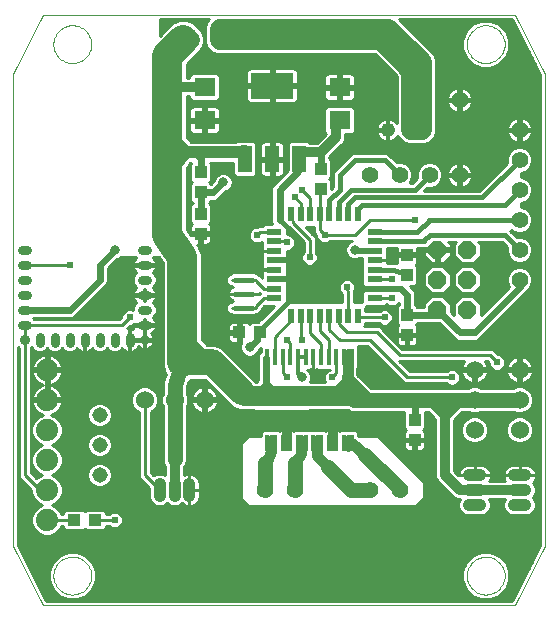
<source format=gtl>
G75*
%MOIN*%
%OFA0B0*%
%FSLAX24Y24*%
%IPPOS*%
%LPD*%
%AMOC8*
5,1,8,0,0,1.08239X$1,22.5*
%
%ADD10C,0.0000*%
%ADD11R,0.0137X0.0550*%
%ADD12C,0.0560*%
%ADD13C,0.0554*%
%ADD14R,0.0480X0.0880*%
%ADD15R,0.1417X0.0866*%
%ADD16R,0.0709X0.0630*%
%ADD17R,0.0433X0.0394*%
%ADD18R,0.0394X0.0433*%
%ADD19R,0.0500X0.0220*%
%ADD20R,0.0220X0.0500*%
%ADD21C,0.0177*%
%ADD22C,0.0100*%
%ADD23C,0.0315*%
%ADD24C,0.0354*%
%ADD25C,0.0315*%
%ADD26OC8,0.0600*%
%ADD27C,0.0600*%
%ADD28C,0.0397*%
%ADD29C,0.0476*%
%ADD30C,0.0740*%
%ADD31C,0.0515*%
%ADD32C,0.0320*%
%ADD33C,0.0160*%
%ADD34C,0.0317*%
%ADD35C,0.0240*%
%ADD36C,0.0240*%
%ADD37C,0.0500*%
%ADD38C,0.0354*%
%ADD39C,0.0660*%
%ADD40C,0.0080*%
%ADD41C,0.1000*%
%ADD42C,0.0860*%
%ADD43C,0.0400*%
%ADD44C,0.0120*%
%ADD45C,0.0197*%
D10*
X001510Y000307D02*
X000526Y002276D01*
X000526Y018024D01*
X001510Y019993D01*
X017258Y019993D01*
X018243Y018024D01*
X018243Y002276D01*
X017258Y000307D01*
X001510Y000307D01*
X001864Y001292D02*
X001866Y001342D01*
X001872Y001392D01*
X001882Y001441D01*
X001896Y001489D01*
X001913Y001536D01*
X001934Y001581D01*
X001959Y001625D01*
X001987Y001666D01*
X002019Y001705D01*
X002053Y001742D01*
X002090Y001776D01*
X002130Y001806D01*
X002172Y001833D01*
X002216Y001857D01*
X002262Y001878D01*
X002309Y001894D01*
X002357Y001907D01*
X002407Y001916D01*
X002456Y001921D01*
X002507Y001922D01*
X002557Y001919D01*
X002606Y001912D01*
X002655Y001901D01*
X002703Y001886D01*
X002749Y001868D01*
X002794Y001846D01*
X002837Y001820D01*
X002878Y001791D01*
X002917Y001759D01*
X002953Y001724D01*
X002985Y001686D01*
X003015Y001646D01*
X003042Y001603D01*
X003065Y001559D01*
X003084Y001513D01*
X003100Y001465D01*
X003112Y001416D01*
X003120Y001367D01*
X003124Y001317D01*
X003124Y001267D01*
X003120Y001217D01*
X003112Y001168D01*
X003100Y001119D01*
X003084Y001071D01*
X003065Y001025D01*
X003042Y000981D01*
X003015Y000938D01*
X002985Y000898D01*
X002953Y000860D01*
X002917Y000825D01*
X002878Y000793D01*
X002837Y000764D01*
X002794Y000738D01*
X002749Y000716D01*
X002703Y000698D01*
X002655Y000683D01*
X002606Y000672D01*
X002557Y000665D01*
X002507Y000662D01*
X002456Y000663D01*
X002407Y000668D01*
X002357Y000677D01*
X002309Y000690D01*
X002262Y000706D01*
X002216Y000727D01*
X002172Y000751D01*
X002130Y000778D01*
X002090Y000808D01*
X002053Y000842D01*
X002019Y000879D01*
X001987Y000918D01*
X001959Y000959D01*
X001934Y001003D01*
X001913Y001048D01*
X001896Y001095D01*
X001882Y001143D01*
X001872Y001192D01*
X001866Y001242D01*
X001864Y001292D01*
X015644Y001292D02*
X015646Y001342D01*
X015652Y001392D01*
X015662Y001441D01*
X015676Y001489D01*
X015693Y001536D01*
X015714Y001581D01*
X015739Y001625D01*
X015767Y001666D01*
X015799Y001705D01*
X015833Y001742D01*
X015870Y001776D01*
X015910Y001806D01*
X015952Y001833D01*
X015996Y001857D01*
X016042Y001878D01*
X016089Y001894D01*
X016137Y001907D01*
X016187Y001916D01*
X016236Y001921D01*
X016287Y001922D01*
X016337Y001919D01*
X016386Y001912D01*
X016435Y001901D01*
X016483Y001886D01*
X016529Y001868D01*
X016574Y001846D01*
X016617Y001820D01*
X016658Y001791D01*
X016697Y001759D01*
X016733Y001724D01*
X016765Y001686D01*
X016795Y001646D01*
X016822Y001603D01*
X016845Y001559D01*
X016864Y001513D01*
X016880Y001465D01*
X016892Y001416D01*
X016900Y001367D01*
X016904Y001317D01*
X016904Y001267D01*
X016900Y001217D01*
X016892Y001168D01*
X016880Y001119D01*
X016864Y001071D01*
X016845Y001025D01*
X016822Y000981D01*
X016795Y000938D01*
X016765Y000898D01*
X016733Y000860D01*
X016697Y000825D01*
X016658Y000793D01*
X016617Y000764D01*
X016574Y000738D01*
X016529Y000716D01*
X016483Y000698D01*
X016435Y000683D01*
X016386Y000672D01*
X016337Y000665D01*
X016287Y000662D01*
X016236Y000663D01*
X016187Y000668D01*
X016137Y000677D01*
X016089Y000690D01*
X016042Y000706D01*
X015996Y000727D01*
X015952Y000751D01*
X015910Y000778D01*
X015870Y000808D01*
X015833Y000842D01*
X015799Y000879D01*
X015767Y000918D01*
X015739Y000959D01*
X015714Y001003D01*
X015693Y001048D01*
X015676Y001095D01*
X015662Y001143D01*
X015652Y001192D01*
X015646Y001242D01*
X015644Y001292D01*
X015644Y019008D02*
X015646Y019058D01*
X015652Y019108D01*
X015662Y019157D01*
X015676Y019205D01*
X015693Y019252D01*
X015714Y019297D01*
X015739Y019341D01*
X015767Y019382D01*
X015799Y019421D01*
X015833Y019458D01*
X015870Y019492D01*
X015910Y019522D01*
X015952Y019549D01*
X015996Y019573D01*
X016042Y019594D01*
X016089Y019610D01*
X016137Y019623D01*
X016187Y019632D01*
X016236Y019637D01*
X016287Y019638D01*
X016337Y019635D01*
X016386Y019628D01*
X016435Y019617D01*
X016483Y019602D01*
X016529Y019584D01*
X016574Y019562D01*
X016617Y019536D01*
X016658Y019507D01*
X016697Y019475D01*
X016733Y019440D01*
X016765Y019402D01*
X016795Y019362D01*
X016822Y019319D01*
X016845Y019275D01*
X016864Y019229D01*
X016880Y019181D01*
X016892Y019132D01*
X016900Y019083D01*
X016904Y019033D01*
X016904Y018983D01*
X016900Y018933D01*
X016892Y018884D01*
X016880Y018835D01*
X016864Y018787D01*
X016845Y018741D01*
X016822Y018697D01*
X016795Y018654D01*
X016765Y018614D01*
X016733Y018576D01*
X016697Y018541D01*
X016658Y018509D01*
X016617Y018480D01*
X016574Y018454D01*
X016529Y018432D01*
X016483Y018414D01*
X016435Y018399D01*
X016386Y018388D01*
X016337Y018381D01*
X016287Y018378D01*
X016236Y018379D01*
X016187Y018384D01*
X016137Y018393D01*
X016089Y018406D01*
X016042Y018422D01*
X015996Y018443D01*
X015952Y018467D01*
X015910Y018494D01*
X015870Y018524D01*
X015833Y018558D01*
X015799Y018595D01*
X015767Y018634D01*
X015739Y018675D01*
X015714Y018719D01*
X015693Y018764D01*
X015676Y018811D01*
X015662Y018859D01*
X015652Y018908D01*
X015646Y018958D01*
X015644Y019008D01*
X001864Y019008D02*
X001866Y019058D01*
X001872Y019108D01*
X001882Y019157D01*
X001896Y019205D01*
X001913Y019252D01*
X001934Y019297D01*
X001959Y019341D01*
X001987Y019382D01*
X002019Y019421D01*
X002053Y019458D01*
X002090Y019492D01*
X002130Y019522D01*
X002172Y019549D01*
X002216Y019573D01*
X002262Y019594D01*
X002309Y019610D01*
X002357Y019623D01*
X002407Y019632D01*
X002456Y019637D01*
X002507Y019638D01*
X002557Y019635D01*
X002606Y019628D01*
X002655Y019617D01*
X002703Y019602D01*
X002749Y019584D01*
X002794Y019562D01*
X002837Y019536D01*
X002878Y019507D01*
X002917Y019475D01*
X002953Y019440D01*
X002985Y019402D01*
X003015Y019362D01*
X003042Y019319D01*
X003065Y019275D01*
X003084Y019229D01*
X003100Y019181D01*
X003112Y019132D01*
X003120Y019083D01*
X003124Y019033D01*
X003124Y018983D01*
X003120Y018933D01*
X003112Y018884D01*
X003100Y018835D01*
X003084Y018787D01*
X003065Y018741D01*
X003042Y018697D01*
X003015Y018654D01*
X002985Y018614D01*
X002953Y018576D01*
X002917Y018541D01*
X002878Y018509D01*
X002837Y018480D01*
X002794Y018454D01*
X002749Y018432D01*
X002703Y018414D01*
X002655Y018399D01*
X002606Y018388D01*
X002557Y018381D01*
X002507Y018378D01*
X002456Y018379D01*
X002407Y018384D01*
X002357Y018393D01*
X002309Y018406D01*
X002262Y018422D01*
X002216Y018443D01*
X002172Y018467D01*
X002130Y018494D01*
X002090Y018524D01*
X002053Y018558D01*
X002019Y018595D01*
X001987Y018634D01*
X001959Y018675D01*
X001934Y018719D01*
X001913Y018764D01*
X001896Y018811D01*
X001882Y018859D01*
X001872Y018908D01*
X001866Y018958D01*
X001864Y019008D01*
D11*
X008993Y008589D03*
X009248Y008589D03*
X009504Y008589D03*
X009760Y008589D03*
X010016Y008589D03*
X010272Y008589D03*
X010528Y008589D03*
X010784Y008589D03*
X011040Y008589D03*
X011296Y008589D03*
X011552Y008589D03*
X011807Y008589D03*
X011807Y005711D03*
X011552Y005711D03*
X011296Y005711D03*
X011040Y005711D03*
X010784Y005711D03*
X010528Y005711D03*
X010272Y005711D03*
X010016Y005711D03*
X009760Y005711D03*
X009504Y005711D03*
X009248Y005711D03*
X008993Y005711D03*
D12*
X015400Y017150D03*
D13*
X017400Y016150D03*
X017400Y015150D03*
X017400Y014150D03*
X017400Y013150D03*
X017400Y012150D03*
X017400Y011150D03*
X015400Y014650D03*
X014400Y014650D03*
X013400Y014650D03*
X012400Y014650D03*
X008400Y019150D03*
X007400Y019150D03*
X006400Y019150D03*
X008900Y004150D03*
X009900Y004150D03*
X012400Y004150D03*
X013400Y004150D03*
D14*
X010060Y015180D03*
X009150Y015180D03*
X008240Y015180D03*
D15*
X009150Y017620D03*
D16*
X006900Y017576D03*
X006900Y016474D03*
X011400Y016474D03*
X011400Y017576D03*
D17*
X008735Y009400D03*
X008065Y009400D03*
X003235Y003150D03*
X002565Y003150D03*
D18*
X006775Y012690D03*
X006775Y013360D03*
X006775Y014065D03*
X006775Y014735D03*
X010775Y014860D03*
X010775Y014190D03*
X013650Y011985D03*
X013650Y011315D03*
X013650Y009985D03*
X013650Y009315D03*
X013900Y006485D03*
X013900Y005815D03*
D19*
X012590Y010548D03*
X012590Y010863D03*
X012590Y011178D03*
X012590Y011493D03*
X012590Y011807D03*
X012590Y012122D03*
X012590Y012437D03*
X012590Y012752D03*
X009210Y012752D03*
X009210Y012437D03*
X009210Y012122D03*
X009210Y011807D03*
X009210Y011493D03*
X009210Y011178D03*
X009210Y010863D03*
X009210Y010548D03*
D20*
X009798Y009960D03*
X010113Y009960D03*
X010428Y009960D03*
X010743Y009960D03*
X011057Y009960D03*
X011372Y009960D03*
X011687Y009960D03*
X012002Y009960D03*
X012002Y013340D03*
X011687Y013340D03*
X011372Y013340D03*
X011057Y013340D03*
X010743Y013340D03*
X010428Y013340D03*
X010113Y013340D03*
X009798Y013340D03*
D21*
X007913Y011162D02*
X007913Y011162D01*
X008487Y011162D01*
X008487Y011162D01*
X007913Y011162D01*
X007913Y010689D02*
X007913Y010689D01*
X008487Y010689D01*
X008487Y010689D01*
X007913Y010689D01*
X007913Y010217D02*
X007913Y010217D01*
X008487Y010217D01*
X008487Y010217D01*
X007913Y010217D01*
D22*
X001756Y001037D02*
X001313Y001037D01*
X001264Y001135D02*
X001715Y001135D01*
X001715Y001137D02*
X001833Y000850D01*
X002053Y000631D01*
X002339Y000512D01*
X002650Y000512D01*
X002936Y000631D01*
X003156Y000850D01*
X003274Y001137D01*
X003274Y001447D01*
X003156Y001734D01*
X002936Y001953D01*
X002650Y002072D01*
X002339Y002072D01*
X002053Y001953D01*
X001833Y001734D01*
X001715Y001447D01*
X001715Y001137D01*
X001715Y001234D02*
X001215Y001234D01*
X001166Y001332D02*
X001715Y001332D01*
X001715Y001431D02*
X001116Y001431D01*
X001067Y001529D02*
X001749Y001529D01*
X001789Y001628D02*
X001018Y001628D01*
X000969Y001726D02*
X001830Y001726D01*
X001924Y001825D02*
X000919Y001825D01*
X000870Y001923D02*
X002023Y001923D01*
X002218Y002022D02*
X000821Y002022D01*
X000772Y002120D02*
X017997Y002120D01*
X018046Y002219D02*
X000722Y002219D01*
X000676Y002311D02*
X000676Y008911D01*
X000700Y008887D01*
X000700Y004567D01*
X000817Y004450D01*
X001130Y004137D01*
X001130Y004047D01*
X001209Y003855D01*
X001355Y003709D01*
X001498Y003650D01*
X001355Y003591D01*
X001209Y003445D01*
X001130Y003253D01*
X001130Y003047D01*
X001209Y002855D01*
X001355Y002709D01*
X001547Y002630D01*
X001753Y002630D01*
X001945Y002709D01*
X002091Y002855D01*
X002130Y002950D01*
X002199Y002950D01*
X002199Y002891D01*
X002287Y002803D01*
X002844Y002803D01*
X002900Y002859D01*
X002956Y002803D01*
X003513Y002803D01*
X003601Y002891D01*
X003601Y002950D01*
X003718Y002950D01*
X003747Y002921D01*
X003846Y002880D01*
X003954Y002880D01*
X004053Y002921D01*
X004129Y002997D01*
X004170Y003096D01*
X004170Y003204D01*
X004129Y003303D01*
X004053Y003379D01*
X003954Y003420D01*
X003846Y003420D01*
X003747Y003379D01*
X003718Y003350D01*
X003601Y003350D01*
X003601Y003409D01*
X003513Y003497D01*
X002956Y003497D01*
X002900Y003441D01*
X002844Y003497D01*
X002287Y003497D01*
X002199Y003409D01*
X002199Y003350D01*
X002130Y003350D01*
X002091Y003445D01*
X001945Y003591D01*
X001802Y003650D01*
X001945Y003709D01*
X002091Y003855D01*
X002170Y004047D01*
X002170Y004253D01*
X002091Y004445D01*
X001945Y004591D01*
X001802Y004650D01*
X001945Y004709D01*
X002091Y004855D01*
X002170Y005047D01*
X002170Y005253D01*
X002091Y005445D01*
X001945Y005591D01*
X001802Y005650D01*
X001945Y005709D01*
X002091Y005855D01*
X002170Y006047D01*
X002170Y006253D01*
X002091Y006445D01*
X001945Y006591D01*
X001798Y006651D01*
X001850Y006668D01*
X001923Y006705D01*
X001989Y006753D01*
X002047Y006811D01*
X002095Y006877D01*
X002132Y006950D01*
X002157Y007028D01*
X002169Y007100D01*
X001700Y007100D01*
X001700Y007200D01*
X001600Y007200D01*
X001600Y008100D01*
X001700Y008100D01*
X001700Y008200D01*
X001600Y008200D01*
X001600Y008669D01*
X001528Y008657D01*
X001450Y008632D01*
X001377Y008595D01*
X001311Y008547D01*
X001253Y008489D01*
X001205Y008423D01*
X001168Y008350D01*
X001143Y008272D01*
X001131Y008200D01*
X001600Y008200D01*
X001600Y008100D01*
X001131Y008100D01*
X001143Y008028D01*
X001168Y007950D01*
X001205Y007877D01*
X001253Y007811D01*
X001311Y007753D01*
X001377Y007705D01*
X001450Y007668D01*
X001506Y007650D01*
X001450Y007632D01*
X001377Y007595D01*
X001311Y007547D01*
X001253Y007489D01*
X001205Y007423D01*
X001168Y007350D01*
X001143Y007272D01*
X001131Y007200D01*
X001600Y007200D01*
X001600Y007100D01*
X001131Y007100D01*
X001143Y007028D01*
X001168Y006950D01*
X001205Y006877D01*
X001253Y006811D01*
X001311Y006753D01*
X001377Y006705D01*
X001450Y006668D01*
X001502Y006651D01*
X001355Y006591D01*
X001209Y006445D01*
X001130Y006253D01*
X001130Y006047D01*
X001209Y005855D01*
X001355Y005709D01*
X001498Y005650D01*
X001355Y005591D01*
X001209Y005445D01*
X001130Y005253D01*
X001130Y005047D01*
X001209Y004855D01*
X001355Y004709D01*
X001498Y004650D01*
X001355Y004591D01*
X001299Y004534D01*
X001100Y004733D01*
X001100Y008887D01*
X001127Y008914D01*
X001139Y008883D01*
X001226Y008797D01*
X001339Y008750D01*
X001461Y008750D01*
X001574Y008797D01*
X001650Y008873D01*
X001726Y008797D01*
X001839Y008750D01*
X001961Y008750D01*
X002074Y008797D01*
X002150Y008873D01*
X002226Y008797D01*
X002339Y008750D01*
X002461Y008750D01*
X002574Y008797D01*
X002652Y008875D01*
X002661Y008861D01*
X002704Y008819D01*
X002754Y008785D01*
X002810Y008762D01*
X002870Y008750D01*
X002871Y008750D01*
X002871Y009121D01*
X002929Y009121D01*
X002929Y008750D01*
X002930Y008750D01*
X002990Y008762D01*
X003046Y008785D01*
X003096Y008819D01*
X003139Y008861D01*
X003148Y008875D01*
X003226Y008797D01*
X003339Y008750D01*
X003461Y008750D01*
X003574Y008797D01*
X003650Y008873D01*
X003726Y008797D01*
X003839Y008750D01*
X003961Y008750D01*
X004074Y008797D01*
X004152Y008875D01*
X004161Y008861D01*
X004204Y008819D01*
X004254Y008785D01*
X004310Y008762D01*
X004370Y008750D01*
X004371Y008750D01*
X004371Y009121D01*
X004429Y009121D01*
X004429Y009179D01*
X004871Y009179D01*
X004871Y009621D01*
X004929Y009621D01*
X004929Y009679D01*
X004929Y009843D01*
X004871Y009843D01*
X004871Y009679D01*
X004929Y009679D01*
X005300Y009679D01*
X005300Y009680D01*
X005288Y009740D01*
X005265Y009796D01*
X005231Y009846D01*
X005189Y009889D01*
X005175Y009898D01*
X005253Y009976D01*
X005300Y010089D01*
X005300Y010211D01*
X005253Y010324D01*
X005175Y010402D01*
X005189Y010411D01*
X005231Y010454D01*
X005265Y010504D01*
X005288Y010560D01*
X005300Y010620D01*
X005300Y010621D01*
X004929Y010621D01*
X004929Y010679D01*
X004929Y010843D01*
X004871Y010843D01*
X004871Y010679D01*
X004929Y010679D01*
X005300Y010679D01*
X005300Y010680D01*
X005288Y010740D01*
X005265Y010796D01*
X005231Y010846D01*
X005189Y010889D01*
X005175Y010898D01*
X005253Y010976D01*
X005300Y011089D01*
X005300Y011211D01*
X005253Y011324D01*
X005175Y011402D01*
X005189Y011411D01*
X005231Y011454D01*
X005265Y011504D01*
X005288Y011560D01*
X005300Y011620D01*
X005300Y011621D01*
X004929Y011621D01*
X004929Y011679D01*
X005300Y011679D01*
X005300Y011680D01*
X005288Y011740D01*
X005265Y011796D01*
X005231Y011846D01*
X005189Y011889D01*
X005175Y011898D01*
X005177Y011900D01*
X005369Y011900D01*
X005500Y011703D01*
X005500Y008271D01*
X005599Y008032D01*
X005604Y008027D01*
X005525Y007790D01*
X005500Y007730D01*
X005500Y007715D01*
X005495Y007701D01*
X005500Y007636D01*
X001837Y007636D01*
X001850Y007632D02*
X001794Y007650D01*
X001850Y007668D01*
X001923Y007705D01*
X001989Y007753D01*
X002047Y007811D01*
X002095Y007877D01*
X002132Y007950D01*
X002157Y008028D01*
X002169Y008100D01*
X001700Y008100D01*
X001700Y007631D01*
X001700Y007200D01*
X002169Y007200D01*
X002157Y007272D01*
X002132Y007350D01*
X002095Y007423D01*
X002047Y007489D01*
X001989Y007547D01*
X001923Y007595D01*
X001850Y007632D01*
X001700Y007636D02*
X001600Y007636D01*
X001600Y007538D02*
X001700Y007538D01*
X001700Y007439D02*
X001600Y007439D01*
X001600Y007341D02*
X001700Y007341D01*
X001700Y007242D02*
X001600Y007242D01*
X001600Y007144D02*
X001100Y007144D01*
X001100Y007242D02*
X001138Y007242D01*
X001165Y007341D02*
X001100Y007341D01*
X001100Y007439D02*
X001217Y007439D01*
X001302Y007538D02*
X001100Y007538D01*
X001100Y007636D02*
X001463Y007636D01*
X001337Y007735D02*
X001100Y007735D01*
X001100Y007833D02*
X001238Y007833D01*
X001178Y007932D02*
X001100Y007932D01*
X001100Y008030D02*
X001143Y008030D01*
X001100Y008129D02*
X001600Y008129D01*
X001600Y008227D02*
X001700Y008227D01*
X001700Y008200D02*
X001700Y008669D01*
X001772Y008657D01*
X001850Y008632D01*
X001923Y008595D01*
X001989Y008547D01*
X002047Y008489D01*
X002095Y008423D01*
X002132Y008350D01*
X002157Y008272D01*
X002169Y008200D01*
X001700Y008200D01*
X001700Y008129D02*
X005559Y008129D01*
X005518Y008227D02*
X002164Y008227D01*
X002140Y008326D02*
X005500Y008326D01*
X005500Y008424D02*
X002094Y008424D01*
X002013Y008523D02*
X005500Y008523D01*
X005500Y008621D02*
X001871Y008621D01*
X001700Y008621D02*
X001600Y008621D01*
X001600Y008523D02*
X001700Y008523D01*
X001700Y008424D02*
X001600Y008424D01*
X001600Y008326D02*
X001700Y008326D01*
X001700Y008030D02*
X001600Y008030D01*
X001600Y007932D02*
X001700Y007932D01*
X001700Y007833D02*
X001600Y007833D01*
X001600Y007735D02*
X001700Y007735D01*
X001963Y007735D02*
X005502Y007735D01*
X005500Y007636D02*
X005500Y007360D01*
X005450Y007240D01*
X005450Y007060D01*
X005500Y006940D01*
X005500Y005110D01*
X005561Y004963D01*
X005590Y004934D01*
X005590Y004647D01*
X005469Y004697D01*
X005331Y004697D01*
X005203Y004644D01*
X005196Y004637D01*
X005100Y004733D01*
X005100Y006746D01*
X005155Y006769D01*
X005281Y006895D01*
X005350Y007060D01*
X005350Y007240D01*
X005281Y007405D01*
X005155Y007531D01*
X004990Y007600D01*
X004810Y007600D01*
X004645Y007531D01*
X004519Y007405D01*
X004450Y007240D01*
X004450Y007060D01*
X004519Y006895D01*
X004645Y006769D01*
X004700Y006746D01*
X004700Y004567D01*
X004817Y004450D01*
X005052Y004216D01*
X005052Y003882D01*
X005105Y003754D01*
X005203Y003656D01*
X005331Y003603D01*
X005469Y003603D01*
X005597Y003656D01*
X005650Y003709D01*
X005703Y003656D01*
X005831Y003603D01*
X005969Y003603D01*
X006097Y003656D01*
X006146Y003705D01*
X006170Y003681D01*
X006227Y003643D01*
X006290Y003617D01*
X006358Y003603D01*
X006392Y003603D01*
X006392Y004150D01*
X006392Y004697D01*
X006358Y004697D01*
X006290Y004683D01*
X006227Y004657D01*
X006210Y004646D01*
X006210Y004934D01*
X006239Y004963D01*
X006300Y005110D01*
X006300Y006940D01*
X006350Y007060D01*
X006350Y007240D01*
X006300Y007360D01*
X006300Y007585D01*
X006367Y007786D01*
X006448Y007820D01*
X006910Y007820D01*
X007821Y006908D01*
X008035Y006820D01*
X008084Y006820D01*
X008090Y006817D01*
X008117Y006814D01*
X008143Y006803D01*
X008211Y006802D01*
X008279Y006794D01*
X008306Y006801D01*
X008854Y006797D01*
X008857Y006796D01*
X008950Y006796D01*
X009043Y006795D01*
X009045Y006796D01*
X011674Y006802D01*
X011799Y006750D01*
X013553Y006750D01*
X013553Y006206D01*
X013609Y006150D01*
X013583Y006124D01*
X013563Y006090D01*
X013553Y006052D01*
X013553Y005864D01*
X013852Y005864D01*
X013852Y005767D01*
X013948Y005767D01*
X013948Y005449D01*
X014117Y005449D01*
X014155Y005459D01*
X014189Y005479D01*
X014217Y005507D01*
X014237Y005541D01*
X014247Y005579D01*
X014247Y005767D01*
X013948Y005767D01*
X013948Y005864D01*
X014247Y005864D01*
X014247Y006052D01*
X014237Y006090D01*
X014217Y006124D01*
X014191Y006150D01*
X014247Y006206D01*
X014247Y006750D01*
X014362Y006750D01*
X014563Y006548D01*
X014590Y006484D01*
X014590Y004588D01*
X014637Y004474D01*
X014724Y004387D01*
X015224Y003887D01*
X015338Y003840D01*
X015403Y003840D01*
X015353Y003719D01*
X015353Y003581D01*
X015406Y003453D01*
X015504Y003355D01*
X015632Y003302D01*
X016168Y003302D01*
X016296Y003355D01*
X016394Y003453D01*
X016447Y003581D01*
X016447Y003719D01*
X016397Y003840D01*
X016903Y003840D01*
X016853Y003719D01*
X016853Y003581D01*
X016906Y003453D01*
X017004Y003355D01*
X017132Y003302D01*
X017668Y003302D01*
X017796Y003355D01*
X017894Y003453D01*
X017947Y003581D01*
X017947Y003719D01*
X017894Y003847D01*
X017841Y003900D01*
X017894Y003953D01*
X017947Y004081D01*
X017947Y004219D01*
X017894Y004347D01*
X017845Y004396D01*
X017869Y004420D01*
X017907Y004477D01*
X017933Y004540D01*
X017947Y004608D01*
X017947Y004642D01*
X017400Y004642D01*
X016853Y004642D01*
X016853Y004608D01*
X016867Y004540D01*
X016893Y004477D01*
X016904Y004460D01*
X016396Y004460D01*
X016407Y004477D01*
X016433Y004540D01*
X016447Y004608D01*
X016447Y004642D01*
X015900Y004642D01*
X015353Y004642D01*
X015353Y004635D01*
X015210Y004778D01*
X015210Y006465D01*
X015495Y006750D01*
X015690Y006750D01*
X015810Y006700D01*
X015990Y006700D01*
X016110Y006750D01*
X017190Y006750D01*
X017310Y006700D01*
X017490Y006700D01*
X017655Y006769D01*
X017781Y006895D01*
X017850Y007060D01*
X017850Y007240D01*
X017781Y007405D01*
X017655Y007531D01*
X017490Y007600D01*
X017310Y007600D01*
X017190Y007550D01*
X016110Y007550D01*
X015990Y007600D01*
X015810Y007600D01*
X015690Y007550D01*
X012438Y007550D01*
X011995Y007994D01*
X011995Y008221D01*
X012026Y008252D01*
X012026Y008927D01*
X012002Y008950D01*
X012317Y008950D01*
X013450Y007817D01*
X013567Y007700D01*
X014968Y007700D01*
X014997Y007671D01*
X015096Y007630D01*
X015204Y007630D01*
X015303Y007671D01*
X015379Y007747D01*
X015420Y007846D01*
X015420Y007954D01*
X015379Y008053D01*
X015303Y008129D01*
X015204Y008170D01*
X015096Y008170D01*
X014997Y008129D01*
X014968Y008100D01*
X013733Y008100D01*
X013383Y008450D01*
X015564Y008450D01*
X015557Y008443D01*
X015515Y008386D01*
X015483Y008323D01*
X015461Y008255D01*
X015452Y008200D01*
X015850Y008200D01*
X015850Y008100D01*
X015950Y008100D01*
X015950Y008200D01*
X016348Y008200D01*
X016339Y008255D01*
X016317Y008323D01*
X016285Y008386D01*
X016243Y008443D01*
X016236Y008450D01*
X016317Y008450D01*
X016380Y008387D01*
X016380Y008346D01*
X016421Y008247D01*
X016497Y008171D01*
X016596Y008130D01*
X016704Y008130D01*
X016803Y008171D01*
X016879Y008247D01*
X016920Y008346D01*
X016920Y008454D01*
X016879Y008553D01*
X016803Y008629D01*
X016704Y008670D01*
X016663Y008670D01*
X016600Y008733D01*
X016483Y008850D01*
X013483Y008850D01*
X012850Y009483D01*
X012733Y009600D01*
X012214Y009600D01*
X012262Y009648D01*
X012262Y009700D01*
X012718Y009700D01*
X012747Y009671D01*
X012846Y009630D01*
X012954Y009630D01*
X013053Y009671D01*
X013129Y009747D01*
X013170Y009846D01*
X013170Y009954D01*
X013129Y010053D01*
X013053Y010129D01*
X012954Y010170D01*
X012846Y010170D01*
X012747Y010129D01*
X012718Y010100D01*
X012262Y010100D01*
X012262Y010230D01*
X012320Y010288D01*
X012902Y010288D01*
X012962Y010348D01*
X012968Y010348D01*
X012997Y010319D01*
X013096Y010278D01*
X013204Y010278D01*
X013303Y010319D01*
X013379Y010395D01*
X013380Y010397D01*
X013380Y010340D01*
X013303Y010263D01*
X013303Y009706D01*
X013359Y009650D01*
X013333Y009624D01*
X013313Y009590D01*
X013303Y009552D01*
X013303Y009364D01*
X013602Y009364D01*
X013602Y009267D01*
X013698Y009267D01*
X013698Y008949D01*
X013867Y008949D01*
X013905Y008959D01*
X013939Y008979D01*
X013967Y009007D01*
X013987Y009041D01*
X013997Y009079D01*
X013997Y009267D01*
X013698Y009267D01*
X013698Y009364D01*
X013997Y009364D01*
X013997Y009552D01*
X013987Y009590D01*
X013967Y009624D01*
X013941Y009650D01*
X013997Y009706D01*
X013997Y009715D01*
X014449Y009715D01*
X014464Y009700D01*
X014718Y009700D01*
X015171Y009247D01*
X015247Y009171D01*
X015346Y009130D01*
X015954Y009130D01*
X016053Y009171D01*
X017553Y010671D01*
X017629Y010747D01*
X017649Y010794D01*
X017762Y010908D01*
X017827Y011065D01*
X017827Y011235D01*
X017762Y011392D01*
X017642Y011512D01*
X017485Y011577D01*
X017315Y011577D01*
X017158Y011512D01*
X017038Y011392D01*
X016973Y011235D01*
X016973Y011065D01*
X017034Y010916D01*
X016100Y009982D01*
X016100Y010336D01*
X015836Y010600D01*
X015464Y010600D01*
X015200Y010336D01*
X015200Y009982D01*
X015100Y010082D01*
X015100Y010336D01*
X014836Y010600D01*
X014464Y010600D01*
X014200Y010336D01*
X014200Y010255D01*
X013997Y010255D01*
X013997Y010263D01*
X013920Y010340D01*
X013920Y010704D01*
X013879Y010803D01*
X013803Y010879D01*
X013733Y010949D01*
X013909Y010949D01*
X013997Y011037D01*
X013997Y011594D01*
X013941Y011650D01*
X013967Y011676D01*
X013987Y011710D01*
X013997Y011748D01*
X013997Y011936D01*
X013698Y011936D01*
X013698Y012033D01*
X013997Y012033D01*
X013997Y012207D01*
X014200Y012207D01*
X014200Y012200D01*
X014600Y012200D01*
X014600Y012100D01*
X014700Y012100D01*
X014700Y012200D01*
X015100Y012200D01*
X015100Y012336D01*
X015016Y012420D01*
X015284Y012420D01*
X015200Y012336D01*
X015200Y011964D01*
X015464Y011700D01*
X015836Y011700D01*
X016100Y011964D01*
X016100Y012336D01*
X016016Y012420D01*
X016805Y012420D01*
X016978Y012247D01*
X016973Y012235D01*
X016973Y012065D01*
X017038Y011908D01*
X017158Y011788D01*
X017315Y011723D01*
X017485Y011723D01*
X017642Y011788D01*
X017762Y011908D01*
X017827Y012065D01*
X017827Y012235D01*
X017762Y012392D01*
X017642Y012512D01*
X017485Y012577D01*
X017315Y012577D01*
X017303Y012572D01*
X017130Y012745D01*
X017098Y012777D01*
X017133Y012813D01*
X017158Y012788D01*
X017315Y012723D01*
X017485Y012723D01*
X017642Y012788D01*
X017762Y012908D01*
X017827Y013065D01*
X017827Y013235D01*
X017762Y013392D01*
X017642Y013512D01*
X017485Y013577D01*
X017450Y013577D01*
X017450Y013723D01*
X017485Y013723D01*
X017642Y013788D01*
X017762Y013908D01*
X017827Y014065D01*
X017827Y014235D01*
X017762Y014392D01*
X017642Y014512D01*
X017485Y014577D01*
X017450Y014577D01*
X017450Y014723D01*
X017485Y014723D01*
X017642Y014788D01*
X017762Y014908D01*
X017827Y015065D01*
X017827Y015235D01*
X017762Y015392D01*
X017642Y015512D01*
X017485Y015577D01*
X017315Y015577D01*
X017158Y015512D01*
X017038Y015392D01*
X016973Y015235D01*
X016973Y015065D01*
X016978Y015053D01*
X016055Y014130D01*
X014205Y014130D01*
X014303Y014228D01*
X014315Y014223D01*
X014485Y014223D01*
X014642Y014288D01*
X014762Y014408D01*
X014827Y014565D01*
X014827Y014735D01*
X014762Y014892D01*
X014642Y015012D01*
X014485Y015077D01*
X014315Y015077D01*
X014158Y015012D01*
X014038Y014892D01*
X013973Y014735D01*
X013973Y014565D01*
X013978Y014553D01*
X013805Y014380D01*
X013734Y014380D01*
X013762Y014408D01*
X013827Y014565D01*
X013827Y014735D01*
X013762Y014892D01*
X013642Y015012D01*
X013485Y015077D01*
X013315Y015077D01*
X013303Y015072D01*
X013130Y015245D01*
X012995Y015380D01*
X011805Y015380D01*
X011305Y014880D01*
X011170Y014745D01*
X011170Y014245D01*
X011122Y014197D01*
X011122Y014469D01*
X011066Y014525D01*
X011122Y014581D01*
X011122Y015138D01*
X011045Y015215D01*
X011045Y015232D01*
X011451Y015637D01*
X011538Y015724D01*
X011585Y015838D01*
X011585Y016009D01*
X011816Y016009D01*
X011904Y016097D01*
X011904Y016851D01*
X011816Y016939D01*
X010984Y016939D01*
X010896Y016851D01*
X010896Y016097D01*
X010964Y016028D01*
X010647Y015710D01*
X010422Y015710D01*
X010362Y015770D01*
X009758Y015770D01*
X009670Y015682D01*
X009670Y014802D01*
X009247Y014379D01*
X009171Y014303D01*
X009130Y014204D01*
X009130Y013096D01*
X009165Y013012D01*
X008898Y013012D01*
X008838Y012952D01*
X008670Y012952D01*
X008637Y012920D01*
X008596Y012920D01*
X008497Y012879D01*
X008421Y012803D01*
X008380Y012704D01*
X008380Y012596D01*
X008421Y012497D01*
X008497Y012421D01*
X008596Y012380D01*
X008704Y012380D01*
X008803Y012421D01*
X008810Y012428D01*
X008810Y012265D01*
X008813Y012263D01*
X008810Y012252D01*
X008810Y012127D01*
X009205Y012127D01*
X009205Y012117D01*
X008810Y012117D01*
X008810Y011993D01*
X008813Y011982D01*
X008810Y011980D01*
X008810Y011635D01*
X008813Y011633D01*
X008810Y011622D01*
X008810Y011498D01*
X009205Y011498D01*
X009205Y011488D01*
X008810Y011488D01*
X008810Y011363D01*
X008813Y011352D01*
X008810Y011350D01*
X008810Y011204D01*
X008800Y011214D01*
X008800Y011245D01*
X008783Y011262D01*
X008778Y011286D01*
X008726Y011319D01*
X008683Y011362D01*
X008658Y011362D01*
X008638Y011375D01*
X008616Y011370D01*
X008585Y011400D01*
X007815Y011400D01*
X007776Y011362D01*
X007717Y011362D01*
X007600Y011245D01*
X007600Y011079D01*
X007717Y010962D01*
X007776Y010962D01*
X007815Y010923D01*
X007866Y010923D01*
X007844Y010919D01*
X007801Y010901D01*
X007761Y010875D01*
X007728Y010841D01*
X007702Y010802D01*
X007684Y010759D01*
X007675Y010713D01*
X007675Y010689D01*
X007675Y010666D01*
X007684Y010620D01*
X007702Y010576D01*
X007728Y010537D01*
X007761Y010504D01*
X007801Y010478D01*
X007844Y010460D01*
X007866Y010456D01*
X007815Y010456D01*
X007776Y010417D01*
X007717Y010417D01*
X007600Y010300D01*
X007600Y010134D01*
X007717Y010017D01*
X007776Y010017D01*
X007815Y009978D01*
X008585Y009978D01*
X008624Y010017D01*
X008683Y010017D01*
X008800Y010134D01*
X008800Y010188D01*
X008899Y010288D01*
X009212Y010288D01*
X008786Y009862D01*
X008761Y009856D01*
X008721Y009796D01*
X008672Y009747D01*
X008456Y009747D01*
X008400Y009691D01*
X008374Y009717D01*
X008340Y009737D01*
X008302Y009747D01*
X008114Y009747D01*
X008114Y009448D01*
X008017Y009448D01*
X008017Y009352D01*
X007699Y009352D01*
X007699Y009183D01*
X007709Y009145D01*
X007729Y009111D01*
X007757Y009083D01*
X007791Y009063D01*
X007829Y009053D01*
X008017Y009053D01*
X008017Y009352D01*
X008114Y009352D01*
X008114Y009053D01*
X008130Y009053D01*
X008092Y008961D01*
X008092Y008839D01*
X008139Y008725D01*
X008225Y008639D01*
X008339Y008592D01*
X008461Y008592D01*
X008575Y008639D01*
X008661Y008725D01*
X008700Y008818D01*
X008774Y008892D01*
X008774Y008755D01*
X008722Y008703D01*
X008681Y008604D01*
X008681Y007813D01*
X008671Y007803D01*
X008627Y007759D01*
X008611Y007759D01*
X007479Y008892D01*
X007265Y008980D01*
X006999Y008980D01*
X006800Y009179D01*
X006800Y011836D01*
X006813Y011899D01*
X006800Y011964D01*
X006800Y012029D01*
X006775Y012089D01*
X006763Y012153D01*
X006726Y012208D01*
X006701Y012268D01*
X006655Y012314D01*
X006649Y012324D01*
X006727Y012324D01*
X006727Y012642D01*
X006823Y012642D01*
X006823Y012324D01*
X006992Y012324D01*
X007030Y012334D01*
X007064Y012354D01*
X007092Y012382D01*
X007112Y012416D01*
X007122Y012454D01*
X007122Y012642D01*
X006823Y012642D01*
X006823Y012739D01*
X007122Y012739D01*
X007122Y012927D01*
X007112Y012965D01*
X007092Y012999D01*
X007066Y013025D01*
X007122Y013081D01*
X007122Y013638D01*
X007048Y013713D01*
X007122Y013787D01*
X007122Y013795D01*
X007244Y013795D01*
X007343Y013836D01*
X007607Y014100D01*
X007700Y014139D01*
X007786Y014225D01*
X007833Y014339D01*
X007833Y014461D01*
X007786Y014575D01*
X007700Y014661D01*
X007586Y014708D01*
X007464Y014708D01*
X007350Y014661D01*
X007264Y014575D01*
X007225Y014482D01*
X007105Y014361D01*
X007066Y014400D01*
X007122Y014456D01*
X007122Y015013D01*
X007085Y015050D01*
X007850Y015050D01*
X007850Y014678D01*
X007938Y014590D01*
X008542Y014590D01*
X008630Y014678D01*
X008630Y015682D01*
X008542Y015770D01*
X008346Y015770D01*
X008310Y015785D01*
X008281Y015785D01*
X008252Y015792D01*
X008212Y015785D01*
X008170Y015785D01*
X008144Y015774D01*
X008120Y015770D01*
X007938Y015770D01*
X007918Y015750D01*
X006463Y015750D01*
X006300Y015913D01*
X006300Y017266D01*
X006396Y017266D01*
X006396Y017199D01*
X006484Y017111D01*
X007316Y017111D01*
X007404Y017199D01*
X007404Y017953D01*
X007316Y018041D01*
X006484Y018041D01*
X006396Y017953D01*
X006396Y017886D01*
X006300Y017886D01*
X006300Y018335D01*
X006746Y018782D01*
X006772Y018843D01*
X006807Y018878D01*
X006880Y019055D01*
X006880Y019245D01*
X006807Y019422D01*
X006772Y019457D01*
X006746Y019518D01*
X006563Y019701D01*
X006325Y019800D01*
X006066Y019800D01*
X005827Y019701D01*
X005400Y019274D01*
X005400Y019843D01*
X007039Y019843D01*
X006993Y019797D01*
X006920Y019620D01*
X006920Y019055D01*
X006993Y018878D01*
X007128Y018743D01*
X007305Y018670D01*
X012576Y018670D01*
X013314Y017932D01*
X013314Y016388D01*
X013308Y016397D01*
X013254Y016451D01*
X013190Y016494D01*
X013119Y016523D01*
X013044Y016538D01*
X013025Y016538D01*
X013025Y016169D01*
X012987Y016169D01*
X012987Y016131D01*
X012619Y016131D01*
X012619Y016112D01*
X012633Y016037D01*
X012663Y015966D01*
X012705Y015903D01*
X012759Y015849D01*
X012823Y015806D01*
X012893Y015777D01*
X012968Y015762D01*
X012987Y015762D01*
X012987Y016131D01*
X013025Y016131D01*
X013025Y015762D01*
X013044Y015762D01*
X013119Y015777D01*
X013190Y015806D01*
X013254Y015849D01*
X013308Y015903D01*
X013339Y015949D01*
X013368Y015878D01*
X013503Y015743D01*
X013680Y015670D01*
X014245Y015670D01*
X014422Y015743D01*
X014557Y015878D01*
X014630Y016055D01*
X014630Y018495D01*
X014557Y018672D01*
X014212Y019016D01*
X014197Y019052D01*
X013387Y019843D01*
X017166Y019843D01*
X018093Y017989D01*
X018093Y002311D01*
X017166Y000457D01*
X001603Y000457D01*
X000676Y002311D01*
X000676Y002317D02*
X018093Y002317D01*
X018093Y002416D02*
X000676Y002416D01*
X000676Y002514D02*
X018093Y002514D01*
X018093Y002613D02*
X000676Y002613D01*
X000676Y002711D02*
X001354Y002711D01*
X001255Y002810D02*
X000676Y002810D01*
X000676Y002908D02*
X001187Y002908D01*
X001147Y003007D02*
X000676Y003007D01*
X000676Y003105D02*
X001130Y003105D01*
X001130Y003204D02*
X000676Y003204D01*
X000676Y003302D02*
X001150Y003302D01*
X001191Y003401D02*
X000676Y003401D01*
X000676Y003499D02*
X001264Y003499D01*
X001372Y003598D02*
X000676Y003598D01*
X000676Y003696D02*
X001387Y003696D01*
X001270Y003795D02*
X000676Y003795D01*
X000676Y003893D02*
X001194Y003893D01*
X001153Y003992D02*
X000676Y003992D01*
X000676Y004090D02*
X001130Y004090D01*
X001079Y004189D02*
X000676Y004189D01*
X000676Y004287D02*
X000980Y004287D01*
X000882Y004386D02*
X000676Y004386D01*
X000676Y004484D02*
X000783Y004484D01*
X000700Y004583D02*
X000676Y004583D01*
X000676Y004681D02*
X000700Y004681D01*
X000700Y004780D02*
X000676Y004780D01*
X000676Y004878D02*
X000700Y004878D01*
X000700Y004977D02*
X000676Y004977D01*
X000676Y005075D02*
X000700Y005075D01*
X000700Y005174D02*
X000676Y005174D01*
X000676Y005272D02*
X000700Y005272D01*
X000700Y005371D02*
X000676Y005371D01*
X000676Y005469D02*
X000700Y005469D01*
X000700Y005568D02*
X000676Y005568D01*
X000676Y005666D02*
X000700Y005666D01*
X000700Y005765D02*
X000676Y005765D01*
X000676Y005863D02*
X000700Y005863D01*
X000700Y005962D02*
X000676Y005962D01*
X000676Y006060D02*
X000700Y006060D01*
X000700Y006159D02*
X000676Y006159D01*
X000676Y006257D02*
X000700Y006257D01*
X000700Y006356D02*
X000676Y006356D01*
X000676Y006454D02*
X000700Y006454D01*
X000700Y006553D02*
X000676Y006553D01*
X000676Y006651D02*
X000700Y006651D01*
X000700Y006750D02*
X000676Y006750D01*
X000676Y006848D02*
X000700Y006848D01*
X000700Y006947D02*
X000676Y006947D01*
X000676Y007045D02*
X000700Y007045D01*
X000700Y007144D02*
X000676Y007144D01*
X000676Y007242D02*
X000700Y007242D01*
X000700Y007341D02*
X000676Y007341D01*
X000676Y007439D02*
X000700Y007439D01*
X000700Y007538D02*
X000676Y007538D01*
X000676Y007636D02*
X000700Y007636D01*
X000700Y007735D02*
X000676Y007735D01*
X000676Y007833D02*
X000700Y007833D01*
X000700Y007932D02*
X000676Y007932D01*
X000676Y008030D02*
X000700Y008030D01*
X000700Y008129D02*
X000676Y008129D01*
X000676Y008227D02*
X000700Y008227D01*
X000700Y008326D02*
X000676Y008326D01*
X000676Y008424D02*
X000700Y008424D01*
X000700Y008523D02*
X000676Y008523D01*
X000676Y008621D02*
X000700Y008621D01*
X000700Y008720D02*
X000676Y008720D01*
X000676Y008818D02*
X000700Y008818D01*
X000900Y009150D02*
X000900Y004650D01*
X001400Y004150D01*
X001650Y004150D01*
X002030Y003795D02*
X005088Y003795D01*
X005052Y003893D02*
X002106Y003893D01*
X002147Y003992D02*
X005052Y003992D01*
X005052Y004090D02*
X002170Y004090D01*
X002170Y004189D02*
X005052Y004189D01*
X004980Y004287D02*
X003588Y004287D01*
X003631Y004305D02*
X003745Y004419D01*
X003807Y004569D01*
X003807Y004731D01*
X003745Y004881D01*
X003631Y004995D01*
X003481Y005057D01*
X003319Y005057D01*
X003169Y004995D01*
X003055Y004881D01*
X002993Y004731D01*
X002993Y004569D01*
X003055Y004419D01*
X003169Y004305D01*
X003319Y004243D01*
X003481Y004243D01*
X003631Y004305D01*
X003712Y004386D02*
X004882Y004386D01*
X004783Y004484D02*
X003772Y004484D01*
X003807Y004583D02*
X004700Y004583D01*
X004700Y004681D02*
X003807Y004681D01*
X003787Y004780D02*
X004700Y004780D01*
X004700Y004878D02*
X003747Y004878D01*
X003650Y004977D02*
X004700Y004977D01*
X004700Y005075D02*
X002170Y005075D01*
X002170Y005174D02*
X004700Y005174D01*
X004700Y005272D02*
X003552Y005272D01*
X003481Y005243D02*
X003631Y005305D01*
X003745Y005419D01*
X003807Y005569D01*
X003807Y005731D01*
X003745Y005881D01*
X003631Y005995D01*
X003481Y006057D01*
X003319Y006057D01*
X003169Y005995D01*
X003055Y005881D01*
X002993Y005731D01*
X002993Y005569D01*
X003055Y005419D01*
X003169Y005305D01*
X003319Y005243D01*
X003481Y005243D01*
X003248Y005272D02*
X002162Y005272D01*
X002122Y005371D02*
X003103Y005371D01*
X003034Y005469D02*
X002066Y005469D01*
X001968Y005568D02*
X002993Y005568D01*
X002993Y005666D02*
X001840Y005666D01*
X002000Y005765D02*
X003006Y005765D01*
X003047Y005863D02*
X002094Y005863D01*
X002135Y005962D02*
X003135Y005962D01*
X003284Y006257D02*
X002169Y006257D01*
X002170Y006159D02*
X004700Y006159D01*
X004700Y006257D02*
X003516Y006257D01*
X003481Y006243D02*
X003631Y006305D01*
X003745Y006419D01*
X003807Y006569D01*
X003807Y006731D01*
X003745Y006881D01*
X003631Y006995D01*
X003481Y007057D01*
X003319Y007057D01*
X003169Y006995D01*
X003055Y006881D01*
X002993Y006731D01*
X002993Y006569D01*
X003055Y006419D01*
X003169Y006305D01*
X003319Y006243D01*
X003481Y006243D01*
X003682Y006356D02*
X004700Y006356D01*
X004700Y006454D02*
X003760Y006454D01*
X003801Y006553D02*
X004700Y006553D01*
X004700Y006651D02*
X003807Y006651D01*
X003800Y006750D02*
X004691Y006750D01*
X004566Y006848D02*
X003759Y006848D01*
X003680Y006947D02*
X004497Y006947D01*
X004456Y007045D02*
X003511Y007045D01*
X003289Y007045D02*
X002160Y007045D01*
X002130Y006947D02*
X003120Y006947D01*
X003041Y006848D02*
X002073Y006848D01*
X001983Y006750D02*
X003000Y006750D01*
X002993Y006651D02*
X001799Y006651D01*
X001983Y006553D02*
X002999Y006553D01*
X003040Y006454D02*
X002081Y006454D01*
X002128Y006356D02*
X003118Y006356D01*
X003665Y005962D02*
X004700Y005962D01*
X004700Y006060D02*
X002170Y006060D01*
X001460Y005666D02*
X001100Y005666D01*
X001100Y005568D02*
X001332Y005568D01*
X001234Y005469D02*
X001100Y005469D01*
X001100Y005371D02*
X001178Y005371D01*
X001138Y005272D02*
X001100Y005272D01*
X001100Y005174D02*
X001130Y005174D01*
X001130Y005075D02*
X001100Y005075D01*
X001100Y004977D02*
X001159Y004977D01*
X001200Y004878D02*
X001100Y004878D01*
X001100Y004780D02*
X001285Y004780D01*
X001152Y004681D02*
X001423Y004681D01*
X001347Y004583D02*
X001250Y004583D01*
X001877Y004681D02*
X002993Y004681D01*
X002993Y004583D02*
X001953Y004583D01*
X002051Y004484D02*
X003028Y004484D01*
X003088Y004386D02*
X002115Y004386D01*
X002156Y004287D02*
X003212Y004287D01*
X003013Y004780D02*
X002015Y004780D01*
X002100Y004878D02*
X003053Y004878D01*
X003150Y004977D02*
X002141Y004977D01*
X001300Y005765D02*
X001100Y005765D01*
X001100Y005863D02*
X001206Y005863D01*
X001165Y005962D02*
X001100Y005962D01*
X001100Y006060D02*
X001130Y006060D01*
X001130Y006159D02*
X001100Y006159D01*
X001100Y006257D02*
X001131Y006257D01*
X001100Y006356D02*
X001172Y006356D01*
X001219Y006454D02*
X001100Y006454D01*
X001100Y006553D02*
X001317Y006553D01*
X001317Y006750D02*
X001100Y006750D01*
X001100Y006848D02*
X001227Y006848D01*
X001170Y006947D02*
X001100Y006947D01*
X001100Y007045D02*
X001140Y007045D01*
X001100Y006651D02*
X001501Y006651D01*
X001700Y007144D02*
X004450Y007144D01*
X004451Y007242D02*
X002162Y007242D01*
X002135Y007341D02*
X004492Y007341D01*
X004553Y007439D02*
X002083Y007439D01*
X001998Y007538D02*
X004660Y007538D01*
X004900Y007150D02*
X004900Y004650D01*
X005400Y004150D01*
X005292Y004681D02*
X005152Y004681D01*
X005100Y004780D02*
X005590Y004780D01*
X005590Y004878D02*
X005100Y004878D01*
X005100Y004977D02*
X005555Y004977D01*
X005514Y005075D02*
X005100Y005075D01*
X005100Y005174D02*
X005500Y005174D01*
X005500Y005272D02*
X005100Y005272D01*
X005100Y005371D02*
X005500Y005371D01*
X005500Y005469D02*
X005100Y005469D01*
X005100Y005568D02*
X005500Y005568D01*
X005500Y005666D02*
X005100Y005666D01*
X005100Y005765D02*
X005500Y005765D01*
X005500Y005863D02*
X005100Y005863D01*
X005100Y005962D02*
X005500Y005962D01*
X005500Y006060D02*
X005100Y006060D01*
X005100Y006159D02*
X005500Y006159D01*
X005500Y006257D02*
X005100Y006257D01*
X005100Y006356D02*
X005500Y006356D01*
X005500Y006454D02*
X005100Y006454D01*
X005100Y006553D02*
X005500Y006553D01*
X005500Y006651D02*
X005100Y006651D01*
X005109Y006750D02*
X005500Y006750D01*
X005500Y006848D02*
X005234Y006848D01*
X005303Y006947D02*
X005497Y006947D01*
X005456Y007045D02*
X005344Y007045D01*
X005350Y007144D02*
X005450Y007144D01*
X005451Y007242D02*
X005349Y007242D01*
X005308Y007341D02*
X005492Y007341D01*
X005500Y007439D02*
X005247Y007439D01*
X005140Y007538D02*
X005500Y007538D01*
X005539Y007833D02*
X002062Y007833D01*
X002122Y007932D02*
X005572Y007932D01*
X005601Y008030D02*
X002157Y008030D01*
X002205Y008818D02*
X002095Y008818D01*
X001705Y008818D02*
X001595Y008818D01*
X001429Y008621D02*
X001100Y008621D01*
X001100Y008523D02*
X001287Y008523D01*
X001206Y008424D02*
X001100Y008424D01*
X001100Y008326D02*
X001160Y008326D01*
X001136Y008227D02*
X001100Y008227D01*
X001100Y008720D02*
X005500Y008720D01*
X005500Y008818D02*
X004595Y008818D01*
X004596Y008819D02*
X004639Y008861D01*
X004672Y008912D01*
X004682Y008934D01*
X004704Y008911D01*
X004754Y008878D01*
X004810Y008854D01*
X004870Y008843D01*
X004871Y008843D01*
X004871Y009121D01*
X004593Y009121D01*
X004429Y009121D01*
X004429Y008750D01*
X004430Y008750D01*
X004490Y008762D01*
X004546Y008785D01*
X004596Y008819D01*
X004674Y008917D02*
X004699Y008917D01*
X004871Y008917D02*
X004929Y008917D01*
X004929Y008843D02*
X004930Y008843D01*
X004990Y008854D01*
X005046Y008878D01*
X005096Y008911D01*
X005139Y008954D01*
X005172Y009004D01*
X005196Y009060D01*
X005207Y009120D01*
X005207Y009121D01*
X004929Y009121D01*
X004929Y009179D01*
X004871Y009179D01*
X004871Y009121D01*
X004929Y009121D01*
X004929Y008843D01*
X004929Y009015D02*
X004871Y009015D01*
X004871Y009114D02*
X004929Y009114D01*
X004900Y009150D02*
X004400Y009150D01*
X004429Y009179D02*
X004371Y009179D01*
X004371Y009550D01*
X004370Y009550D01*
X004324Y009541D01*
X004413Y009630D01*
X004454Y009630D01*
X004553Y009671D01*
X004561Y009679D01*
X004871Y009679D01*
X004871Y009621D01*
X004500Y009621D01*
X004500Y009620D01*
X004512Y009560D01*
X004527Y009523D01*
X004490Y009538D01*
X004430Y009550D01*
X004429Y009550D01*
X004429Y009179D01*
X004429Y009212D02*
X004371Y009212D01*
X004371Y009114D02*
X004429Y009114D01*
X004429Y009015D02*
X004371Y009015D01*
X004371Y008917D02*
X004429Y008917D01*
X004429Y008818D02*
X004371Y008818D01*
X004205Y008818D02*
X004095Y008818D01*
X003705Y008818D02*
X003595Y008818D01*
X003205Y008818D02*
X003095Y008818D01*
X002929Y008818D02*
X002871Y008818D01*
X002871Y008917D02*
X002929Y008917D01*
X002929Y009015D02*
X002871Y009015D01*
X002871Y009114D02*
X002929Y009114D01*
X002705Y008818D02*
X002595Y008818D01*
X002454Y009880D02*
X002553Y009921D01*
X003553Y010921D01*
X003629Y010997D01*
X003670Y011096D01*
X003670Y011538D01*
X003982Y011850D01*
X004075Y011889D01*
X004086Y011900D01*
X004623Y011900D01*
X004625Y011898D01*
X004611Y011889D01*
X004569Y011846D01*
X004535Y011796D01*
X004512Y011740D01*
X004500Y011680D01*
X004500Y011679D01*
X004871Y011679D01*
X004871Y011621D01*
X004500Y011621D01*
X004500Y011620D01*
X004512Y011560D01*
X004535Y011504D01*
X004569Y011454D01*
X004611Y011411D01*
X004625Y011402D01*
X004547Y011324D01*
X004500Y011211D01*
X004500Y011089D01*
X004547Y010976D01*
X004625Y010898D01*
X004611Y010889D01*
X004569Y010846D01*
X004535Y010796D01*
X004512Y010740D01*
X004500Y010680D01*
X004500Y010679D01*
X004871Y010679D01*
X004871Y010621D01*
X004929Y010621D01*
X004929Y010457D01*
X004871Y010457D01*
X004871Y010621D01*
X004500Y010621D01*
X004500Y010620D01*
X004512Y010560D01*
X004535Y010504D01*
X004569Y010454D01*
X004611Y010411D01*
X004625Y010402D01*
X004547Y010324D01*
X004500Y010211D01*
X004500Y010151D01*
X004454Y010170D01*
X004346Y010170D01*
X004247Y010129D01*
X004171Y010053D01*
X004130Y009954D01*
X004130Y009913D01*
X004067Y009850D01*
X001227Y009850D01*
X001197Y009880D01*
X002454Y009880D01*
X002506Y009902D02*
X004119Y009902D01*
X004149Y010000D02*
X002632Y010000D01*
X002730Y010099D02*
X004217Y010099D01*
X004400Y009900D02*
X004150Y009650D01*
X000900Y009650D01*
X000900Y009150D01*
X001100Y008818D02*
X001205Y008818D01*
X002829Y010197D02*
X004500Y010197D01*
X004535Y010296D02*
X002927Y010296D01*
X003026Y010394D02*
X004617Y010394D01*
X004543Y010493D02*
X003124Y010493D01*
X003223Y010591D02*
X004506Y010591D01*
X004502Y010690D02*
X003321Y010690D01*
X003420Y010788D02*
X004532Y010788D01*
X004609Y010887D02*
X003518Y010887D01*
X003617Y010985D02*
X004543Y010985D01*
X004502Y011084D02*
X003665Y011084D01*
X003670Y011182D02*
X004500Y011182D01*
X004529Y011281D02*
X003670Y011281D01*
X003670Y011379D02*
X004602Y011379D01*
X004553Y011478D02*
X003670Y011478D01*
X003708Y011576D02*
X004509Y011576D01*
X004526Y011773D02*
X003905Y011773D01*
X003806Y011675D02*
X004871Y011675D01*
X004929Y011675D02*
X005500Y011675D01*
X005500Y011576D02*
X005291Y011576D01*
X005247Y011478D02*
X005500Y011478D01*
X005500Y011379D02*
X005198Y011379D01*
X005271Y011281D02*
X005500Y011281D01*
X005500Y011182D02*
X005300Y011182D01*
X005298Y011084D02*
X005500Y011084D01*
X005500Y010985D02*
X005257Y010985D01*
X005191Y010887D02*
X005500Y010887D01*
X005500Y010788D02*
X005268Y010788D01*
X005298Y010690D02*
X005500Y010690D01*
X005500Y010591D02*
X005294Y010591D01*
X005257Y010493D02*
X005500Y010493D01*
X005500Y010394D02*
X005183Y010394D01*
X005265Y010296D02*
X005500Y010296D01*
X005500Y010197D02*
X005300Y010197D01*
X005300Y010099D02*
X005500Y010099D01*
X005500Y010000D02*
X005263Y010000D01*
X005179Y009902D02*
X005500Y009902D01*
X005500Y009803D02*
X005260Y009803D01*
X005295Y009705D02*
X005500Y009705D01*
X005500Y009606D02*
X005297Y009606D01*
X005300Y009620D02*
X005300Y009621D01*
X004929Y009621D01*
X004929Y009343D01*
X004929Y009179D01*
X005207Y009179D01*
X005207Y009180D01*
X005196Y009240D01*
X005172Y009296D01*
X005139Y009346D01*
X005116Y009368D01*
X005138Y009378D01*
X005189Y009411D01*
X005231Y009454D01*
X005265Y009504D01*
X005288Y009560D01*
X005300Y009620D01*
X005266Y009508D02*
X005500Y009508D01*
X005500Y009409D02*
X005185Y009409D01*
X005163Y009311D02*
X005500Y009311D01*
X005500Y009212D02*
X005201Y009212D01*
X005206Y009114D02*
X005500Y009114D01*
X005500Y009015D02*
X005177Y009015D01*
X005101Y008917D02*
X005500Y008917D01*
X004929Y009212D02*
X004871Y009212D01*
X004900Y009150D02*
X004900Y009650D01*
X004871Y009606D02*
X004929Y009606D01*
X004929Y009508D02*
X004871Y009508D01*
X004871Y009409D02*
X004929Y009409D01*
X004929Y009311D02*
X004871Y009311D01*
X004871Y009705D02*
X004929Y009705D01*
X004929Y009803D02*
X004871Y009803D01*
X004503Y009606D02*
X004389Y009606D01*
X004371Y009508D02*
X004429Y009508D01*
X004429Y009409D02*
X004371Y009409D01*
X004371Y009311D02*
X004429Y009311D01*
X004871Y010493D02*
X004929Y010493D01*
X004929Y010591D02*
X004871Y010591D01*
X004871Y010690D02*
X004929Y010690D01*
X004929Y010788D02*
X004871Y010788D01*
X005274Y011773D02*
X005453Y011773D01*
X005388Y011872D02*
X005206Y011872D01*
X004594Y011872D02*
X004034Y011872D01*
X002400Y011650D02*
X000900Y011650D01*
X003753Y005863D02*
X004700Y005863D01*
X004700Y005765D02*
X003794Y005765D01*
X003807Y005666D02*
X004700Y005666D01*
X004700Y005568D02*
X003807Y005568D01*
X003766Y005469D02*
X004700Y005469D01*
X004700Y005371D02*
X003697Y005371D01*
X005163Y003696D02*
X001913Y003696D01*
X001928Y003598D02*
X015353Y003598D01*
X015353Y003696D02*
X014017Y003696D01*
X013921Y003600D02*
X014171Y003850D01*
X014200Y003879D01*
X014200Y004421D01*
X014171Y004450D01*
X014171Y004450D01*
X012700Y005921D01*
X012671Y005950D01*
X012031Y005950D01*
X012026Y005954D01*
X012026Y006048D01*
X011938Y006136D01*
X011759Y006136D01*
X011733Y006146D01*
X011603Y006146D01*
X011577Y006136D01*
X011421Y006136D01*
X011413Y006128D01*
X011384Y006136D01*
X011296Y006136D01*
X011296Y005950D01*
X011296Y005950D01*
X011296Y006136D01*
X011207Y006136D01*
X011169Y006125D01*
X011168Y006125D01*
X011166Y006125D01*
X011128Y006136D01*
X011040Y006136D01*
X011040Y005950D01*
X011040Y005950D01*
X011040Y006136D01*
X010952Y006136D01*
X010922Y006128D01*
X010914Y006136D01*
X010735Y006136D01*
X010709Y006146D01*
X010579Y006146D01*
X010553Y006136D01*
X010223Y006136D01*
X010197Y006146D01*
X010067Y006146D01*
X010041Y006136D01*
X009886Y006136D01*
X009878Y006128D01*
X009848Y006136D01*
X009760Y006136D01*
X009672Y006136D01*
X009634Y006125D01*
X009632Y006125D01*
X009631Y006125D01*
X009593Y006136D01*
X009504Y006136D01*
X009416Y006136D01*
X009387Y006128D01*
X009379Y006136D01*
X009200Y006136D01*
X009174Y006146D01*
X009044Y006146D01*
X009017Y006136D01*
X008862Y006136D01*
X008774Y006048D01*
X008774Y005950D01*
X008379Y005950D01*
X008129Y005700D01*
X008100Y005671D01*
X008100Y003921D01*
X008100Y003879D01*
X008350Y003629D01*
X008379Y003600D01*
X013921Y003600D01*
X014115Y003795D02*
X015384Y003795D01*
X015219Y003893D02*
X014200Y003893D01*
X014200Y003992D02*
X015120Y003992D01*
X015022Y004090D02*
X014200Y004090D01*
X014200Y004189D02*
X014923Y004189D01*
X014825Y004287D02*
X014200Y004287D01*
X014200Y004386D02*
X014726Y004386D01*
X014633Y004484D02*
X014137Y004484D01*
X014038Y004583D02*
X014592Y004583D01*
X014590Y004681D02*
X013940Y004681D01*
X013841Y004780D02*
X014590Y004780D01*
X014590Y004878D02*
X013743Y004878D01*
X013644Y004977D02*
X014590Y004977D01*
X014590Y005075D02*
X013546Y005075D01*
X013447Y005174D02*
X014590Y005174D01*
X014590Y005272D02*
X013349Y005272D01*
X013250Y005371D02*
X014590Y005371D01*
X014590Y005469D02*
X014172Y005469D01*
X014244Y005568D02*
X014590Y005568D01*
X014590Y005666D02*
X014247Y005666D01*
X014247Y005765D02*
X014590Y005765D01*
X014590Y005863D02*
X013948Y005863D01*
X013852Y005863D02*
X012758Y005863D01*
X012700Y005921D02*
X012700Y005921D01*
X012856Y005765D02*
X013553Y005765D01*
X013553Y005767D02*
X013553Y005579D01*
X013563Y005541D01*
X013583Y005507D01*
X013611Y005479D01*
X013645Y005459D01*
X013683Y005449D01*
X013852Y005449D01*
X013852Y005767D01*
X013553Y005767D01*
X013553Y005666D02*
X012955Y005666D01*
X013053Y005568D02*
X013556Y005568D01*
X013628Y005469D02*
X013152Y005469D01*
X013553Y005962D02*
X012026Y005962D01*
X012014Y006060D02*
X013555Y006060D01*
X013601Y006159D02*
X006300Y006159D01*
X006300Y006257D02*
X013553Y006257D01*
X013553Y006356D02*
X006300Y006356D01*
X006300Y006454D02*
X013553Y006454D01*
X013553Y006553D02*
X006300Y006553D01*
X006300Y006651D02*
X013553Y006651D01*
X013553Y006750D02*
X007105Y006750D01*
X007136Y006765D02*
X007193Y006807D01*
X007243Y006857D01*
X007285Y006914D01*
X007317Y006977D01*
X007339Y007045D01*
X007685Y007045D01*
X007783Y006947D02*
X007301Y006947D01*
X007339Y007045D02*
X007348Y007100D01*
X006950Y007100D01*
X006950Y007200D01*
X006850Y007200D01*
X006850Y007598D01*
X006795Y007589D01*
X006727Y007567D01*
X006664Y007535D01*
X006607Y007493D01*
X006557Y007443D01*
X006515Y007386D01*
X006483Y007323D01*
X006461Y007255D01*
X006452Y007200D01*
X006850Y007200D01*
X006850Y007100D01*
X006452Y007100D01*
X006461Y007045D01*
X006344Y007045D01*
X006350Y007144D02*
X006850Y007144D01*
X006850Y007100D02*
X006950Y007100D01*
X006950Y006702D01*
X007005Y006711D01*
X007073Y006733D01*
X007136Y006765D01*
X007234Y006848D02*
X007967Y006848D01*
X007586Y007144D02*
X006950Y007144D01*
X006950Y007200D02*
X007348Y007200D01*
X007339Y007255D01*
X007317Y007323D01*
X007285Y007386D01*
X007243Y007443D01*
X007193Y007493D01*
X007136Y007535D01*
X007073Y007567D01*
X007005Y007589D01*
X006950Y007598D01*
X006950Y007200D01*
X006950Y007242D02*
X006850Y007242D01*
X006850Y007341D02*
X006950Y007341D01*
X006950Y007439D02*
X006850Y007439D01*
X006850Y007538D02*
X006950Y007538D01*
X007094Y007636D02*
X006317Y007636D01*
X006300Y007538D02*
X006669Y007538D01*
X006554Y007439D02*
X006300Y007439D01*
X006308Y007341D02*
X006492Y007341D01*
X006459Y007242D02*
X006349Y007242D01*
X006461Y007045D02*
X006483Y006977D01*
X006515Y006914D01*
X006557Y006857D01*
X006607Y006807D01*
X006664Y006765D01*
X006727Y006733D01*
X006795Y006711D01*
X006850Y006702D01*
X006850Y007100D01*
X006850Y007045D02*
X006950Y007045D01*
X006950Y006947D02*
X006850Y006947D01*
X006850Y006848D02*
X006950Y006848D01*
X006950Y006750D02*
X006850Y006750D01*
X006695Y006750D02*
X006300Y006750D01*
X006300Y006848D02*
X006566Y006848D01*
X006499Y006947D02*
X006303Y006947D01*
X006350Y007735D02*
X006995Y007735D01*
X007131Y007538D02*
X007192Y007538D01*
X007246Y007439D02*
X007291Y007439D01*
X007308Y007341D02*
X007389Y007341D01*
X007341Y007242D02*
X007488Y007242D01*
X008242Y008129D02*
X008681Y008129D01*
X008681Y008227D02*
X008143Y008227D01*
X008045Y008326D02*
X008681Y008326D01*
X008681Y008424D02*
X007946Y008424D01*
X007848Y008523D02*
X008681Y008523D01*
X008688Y008621D02*
X008532Y008621D01*
X008656Y008720D02*
X008739Y008720D01*
X008774Y008818D02*
X008700Y008818D01*
X008951Y008550D02*
X008993Y008589D01*
X009248Y008589D02*
X009248Y009248D01*
X009798Y009798D01*
X009798Y009960D01*
X010113Y009960D02*
X010113Y009187D01*
X010150Y009150D01*
X010428Y009372D02*
X010428Y009960D01*
X010743Y009960D02*
X010743Y009432D01*
X011040Y009135D01*
X011040Y008589D01*
X010784Y008589D02*
X010784Y009016D01*
X010428Y009372D01*
X011057Y009493D02*
X011057Y009960D01*
X011372Y009960D02*
X011372Y009678D01*
X011650Y009400D01*
X012650Y009400D01*
X013400Y008650D01*
X016400Y008650D01*
X016650Y008400D01*
X016891Y008523D02*
X017147Y008523D01*
X017164Y008535D02*
X017107Y008493D01*
X017057Y008443D01*
X017015Y008386D01*
X016983Y008323D01*
X016961Y008255D01*
X016952Y008200D01*
X017350Y008200D01*
X017350Y008598D01*
X017295Y008589D01*
X017227Y008567D01*
X017164Y008535D01*
X017043Y008424D02*
X016920Y008424D01*
X016911Y008326D02*
X016984Y008326D01*
X016957Y008227D02*
X016859Y008227D01*
X016952Y008100D02*
X016961Y008045D01*
X016983Y007977D01*
X017015Y007914D01*
X017057Y007857D01*
X017107Y007807D01*
X017164Y007765D01*
X017227Y007733D01*
X017295Y007711D01*
X017350Y007702D01*
X017350Y008100D01*
X017450Y008100D01*
X017450Y008200D01*
X017848Y008200D01*
X017839Y008255D01*
X017817Y008323D01*
X017785Y008386D01*
X017743Y008443D01*
X017693Y008493D01*
X017636Y008535D01*
X017573Y008567D01*
X017505Y008589D01*
X017450Y008598D01*
X017450Y008200D01*
X017350Y008200D01*
X017350Y008100D01*
X016952Y008100D01*
X016966Y008030D02*
X016334Y008030D01*
X016339Y008045D02*
X016348Y008100D01*
X015950Y008100D01*
X015950Y007702D01*
X016005Y007711D01*
X016073Y007733D01*
X016136Y007765D01*
X016193Y007807D01*
X016243Y007857D01*
X016285Y007914D01*
X016317Y007977D01*
X016339Y008045D01*
X016294Y007932D02*
X017006Y007932D01*
X017081Y007833D02*
X016219Y007833D01*
X016076Y007735D02*
X017224Y007735D01*
X017350Y007735D02*
X017450Y007735D01*
X017450Y007702D02*
X017505Y007711D01*
X017573Y007733D01*
X017636Y007765D01*
X017693Y007807D01*
X017743Y007857D01*
X017785Y007914D01*
X017817Y007977D01*
X017839Y008045D01*
X017848Y008100D01*
X017450Y008100D01*
X017450Y007702D01*
X017576Y007735D02*
X018093Y007735D01*
X018093Y007833D02*
X017719Y007833D01*
X017794Y007932D02*
X018093Y007932D01*
X018093Y008030D02*
X017834Y008030D01*
X017843Y008227D02*
X018093Y008227D01*
X018093Y008129D02*
X017450Y008129D01*
X017450Y008227D02*
X017350Y008227D01*
X017350Y008129D02*
X015950Y008129D01*
X015950Y008030D02*
X015850Y008030D01*
X015850Y008100D02*
X015850Y007702D01*
X015795Y007711D01*
X015727Y007733D01*
X015664Y007765D01*
X015607Y007807D01*
X015557Y007857D01*
X015515Y007914D01*
X015483Y007977D01*
X015461Y008045D01*
X015452Y008100D01*
X015850Y008100D01*
X015850Y008129D02*
X015303Y008129D01*
X015388Y008030D02*
X015466Y008030D01*
X015506Y007932D02*
X015420Y007932D01*
X015415Y007833D02*
X015581Y007833D01*
X015724Y007735D02*
X015366Y007735D01*
X015218Y007636D02*
X018093Y007636D01*
X018093Y007538D02*
X017640Y007538D01*
X017747Y007439D02*
X018093Y007439D01*
X018093Y007341D02*
X017808Y007341D01*
X017849Y007242D02*
X018093Y007242D01*
X018093Y007144D02*
X017850Y007144D01*
X017844Y007045D02*
X018093Y007045D01*
X018093Y006947D02*
X017803Y006947D01*
X017734Y006848D02*
X018093Y006848D01*
X018093Y006750D02*
X017609Y006750D01*
X017490Y006600D02*
X017310Y006600D01*
X017145Y006531D01*
X017019Y006405D01*
X016950Y006240D01*
X016950Y006060D01*
X016350Y006060D01*
X016281Y005895D01*
X016155Y005769D01*
X015990Y005700D01*
X015810Y005700D01*
X015645Y005769D01*
X015519Y005895D01*
X015450Y006060D01*
X015210Y006060D01*
X015210Y005962D02*
X015491Y005962D01*
X015450Y006060D02*
X015450Y006240D01*
X015519Y006405D01*
X015645Y006531D01*
X015810Y006600D01*
X015990Y006600D01*
X016155Y006531D01*
X016281Y006405D01*
X016350Y006240D01*
X016350Y006060D01*
X016350Y006159D02*
X016950Y006159D01*
X016957Y006257D02*
X016343Y006257D01*
X016302Y006356D02*
X016998Y006356D01*
X017068Y006454D02*
X016232Y006454D01*
X016104Y006553D02*
X017196Y006553D01*
X017191Y006750D02*
X016109Y006750D01*
X015691Y006750D02*
X015494Y006750D01*
X015396Y006651D02*
X018093Y006651D01*
X018093Y006553D02*
X017604Y006553D01*
X017655Y006531D02*
X017490Y006600D01*
X017655Y006531D02*
X017781Y006405D01*
X017850Y006240D01*
X017850Y006060D01*
X018093Y006060D01*
X018093Y005962D02*
X017809Y005962D01*
X017781Y005895D02*
X017850Y006060D01*
X017850Y006159D02*
X018093Y006159D01*
X018093Y006257D02*
X017843Y006257D01*
X017802Y006356D02*
X018093Y006356D01*
X018093Y006454D02*
X017732Y006454D01*
X017781Y005895D02*
X017655Y005769D01*
X017490Y005700D01*
X017310Y005700D01*
X017145Y005769D01*
X017019Y005895D01*
X016950Y006060D01*
X016991Y005962D02*
X016309Y005962D01*
X016249Y005863D02*
X017051Y005863D01*
X017155Y005765D02*
X016145Y005765D01*
X015655Y005765D02*
X015210Y005765D01*
X015210Y005863D02*
X015551Y005863D01*
X015450Y006159D02*
X015210Y006159D01*
X015210Y006257D02*
X015457Y006257D01*
X015498Y006356D02*
X015210Y006356D01*
X015210Y006454D02*
X015568Y006454D01*
X015696Y006553D02*
X015297Y006553D01*
X014590Y006454D02*
X014247Y006454D01*
X014247Y006356D02*
X014590Y006356D01*
X014590Y006257D02*
X014247Y006257D01*
X014199Y006159D02*
X014590Y006159D01*
X014590Y006060D02*
X014245Y006060D01*
X014247Y005962D02*
X014590Y005962D01*
X014559Y006553D02*
X014247Y006553D01*
X014247Y006651D02*
X014461Y006651D01*
X014362Y006750D02*
X014247Y006750D01*
X013948Y005765D02*
X013852Y005765D01*
X013852Y005666D02*
X013948Y005666D01*
X013948Y005568D02*
X013852Y005568D01*
X013852Y005469D02*
X013948Y005469D01*
X015210Y005469D02*
X018093Y005469D01*
X018093Y005371D02*
X015210Y005371D01*
X015210Y005272D02*
X018093Y005272D01*
X018093Y005174D02*
X015210Y005174D01*
X015210Y005075D02*
X018093Y005075D01*
X018093Y004977D02*
X017702Y004977D01*
X017700Y004977D02*
X017633Y004991D01*
X017400Y004991D01*
X017167Y004991D01*
X017100Y004977D01*
X017037Y004951D01*
X016979Y004913D01*
X016931Y004864D01*
X016893Y004807D01*
X016867Y004744D01*
X016853Y004676D01*
X016853Y004642D01*
X017400Y004642D01*
X017400Y004642D01*
X017400Y004642D01*
X017947Y004642D01*
X017947Y004676D01*
X017933Y004744D01*
X017907Y004807D01*
X017869Y004864D01*
X017821Y004913D01*
X017763Y004951D01*
X017700Y004977D01*
X017855Y004878D02*
X018093Y004878D01*
X018093Y004780D02*
X017919Y004780D01*
X017946Y004681D02*
X018093Y004681D01*
X018093Y004583D02*
X017942Y004583D01*
X017910Y004484D02*
X018093Y004484D01*
X018093Y004386D02*
X017856Y004386D01*
X017919Y004287D02*
X018093Y004287D01*
X018093Y004189D02*
X017947Y004189D01*
X017947Y004090D02*
X018093Y004090D01*
X018093Y003992D02*
X017910Y003992D01*
X017848Y003893D02*
X018093Y003893D01*
X018093Y003795D02*
X017916Y003795D01*
X017947Y003696D02*
X018093Y003696D01*
X018093Y003598D02*
X017947Y003598D01*
X017913Y003499D02*
X018093Y003499D01*
X018093Y003401D02*
X017842Y003401D01*
X017669Y003302D02*
X018093Y003302D01*
X018093Y003204D02*
X004170Y003204D01*
X004170Y003105D02*
X018093Y003105D01*
X018093Y003007D02*
X004133Y003007D01*
X004021Y002908D02*
X018093Y002908D01*
X018093Y002810D02*
X003520Y002810D01*
X003601Y002908D02*
X003779Y002908D01*
X003900Y003150D02*
X003235Y003150D01*
X003601Y003401D02*
X003799Y003401D01*
X004001Y003401D02*
X015458Y003401D01*
X015387Y003499D02*
X002036Y003499D01*
X002109Y003401D02*
X002199Y003401D01*
X002565Y003150D02*
X001650Y003150D01*
X002045Y002810D02*
X002280Y002810D01*
X002199Y002908D02*
X002113Y002908D01*
X001946Y002711D02*
X018093Y002711D01*
X017948Y002022D02*
X016550Y002022D01*
X016429Y002072D02*
X016716Y001953D01*
X016935Y001734D01*
X017054Y001447D01*
X017054Y001137D01*
X016935Y000850D01*
X016716Y000631D01*
X016429Y000512D01*
X016119Y000512D01*
X015832Y000631D01*
X015613Y000850D01*
X015494Y001137D01*
X015494Y001447D01*
X015613Y001734D01*
X015832Y001953D01*
X016119Y002072D01*
X016429Y002072D01*
X016746Y001923D02*
X017898Y001923D01*
X017849Y001825D02*
X016844Y001825D01*
X016938Y001726D02*
X017800Y001726D01*
X017751Y001628D02*
X016979Y001628D01*
X017020Y001529D02*
X017701Y001529D01*
X017652Y001431D02*
X017054Y001431D01*
X017054Y001332D02*
X017603Y001332D01*
X017554Y001234D02*
X017054Y001234D01*
X017053Y001135D02*
X017504Y001135D01*
X017455Y001037D02*
X017012Y001037D01*
X016972Y000938D02*
X017406Y000938D01*
X017357Y000840D02*
X016925Y000840D01*
X016826Y000741D02*
X017307Y000741D01*
X017258Y000643D02*
X016728Y000643D01*
X016507Y000544D02*
X017209Y000544D01*
X016041Y000544D02*
X002727Y000544D01*
X002948Y000643D02*
X015820Y000643D01*
X015722Y000741D02*
X003047Y000741D01*
X003145Y000840D02*
X015623Y000840D01*
X015576Y000938D02*
X003192Y000938D01*
X003233Y001037D02*
X015536Y001037D01*
X015495Y001135D02*
X003274Y001135D01*
X003274Y001234D02*
X015494Y001234D01*
X015494Y001332D02*
X003274Y001332D01*
X003274Y001431D02*
X015494Y001431D01*
X015528Y001529D02*
X003240Y001529D01*
X003200Y001628D02*
X015569Y001628D01*
X015610Y001726D02*
X003159Y001726D01*
X003065Y001825D02*
X015704Y001825D01*
X015802Y001923D02*
X002966Y001923D01*
X002771Y002022D02*
X015998Y002022D01*
X016169Y003302D02*
X017131Y003302D01*
X016958Y003401D02*
X016342Y003401D01*
X016413Y003499D02*
X016887Y003499D01*
X016853Y003598D02*
X016447Y003598D01*
X016447Y003696D02*
X016853Y003696D01*
X016884Y003795D02*
X016416Y003795D01*
X016410Y004484D02*
X016890Y004484D01*
X016858Y004583D02*
X016442Y004583D01*
X016447Y004642D02*
X016447Y004676D01*
X016433Y004744D01*
X016407Y004807D01*
X016369Y004864D01*
X016321Y004913D01*
X016263Y004951D01*
X016200Y004977D01*
X016133Y004991D01*
X015900Y004991D01*
X015667Y004991D01*
X015600Y004977D01*
X015537Y004951D01*
X015479Y004913D01*
X015431Y004864D01*
X015393Y004807D01*
X015367Y004744D01*
X015353Y004676D01*
X015353Y004642D01*
X015900Y004642D01*
X015900Y004642D01*
X015900Y004642D01*
X016447Y004642D01*
X016446Y004681D02*
X016854Y004681D01*
X016881Y004780D02*
X016419Y004780D01*
X016355Y004878D02*
X016945Y004878D01*
X017098Y004977D02*
X016202Y004977D01*
X015900Y004977D02*
X015900Y004977D01*
X015900Y004991D02*
X015900Y004642D01*
X015900Y004642D01*
X015900Y004991D01*
X015900Y004878D02*
X015900Y004878D01*
X015900Y004780D02*
X015900Y004780D01*
X015900Y004681D02*
X015900Y004681D01*
X015598Y004977D02*
X015210Y004977D01*
X015210Y004878D02*
X015445Y004878D01*
X015381Y004780D02*
X015210Y004780D01*
X015307Y004681D02*
X015354Y004681D01*
X015210Y005568D02*
X018093Y005568D01*
X018093Y005666D02*
X015210Y005666D01*
X015082Y007636D02*
X012352Y007636D01*
X012254Y007735D02*
X013533Y007735D01*
X013450Y007817D02*
X013450Y007817D01*
X013434Y007833D02*
X012155Y007833D01*
X012057Y007932D02*
X013336Y007932D01*
X013237Y008030D02*
X011995Y008030D01*
X011995Y008129D02*
X013139Y008129D01*
X013040Y008227D02*
X012001Y008227D01*
X012026Y008326D02*
X012942Y008326D01*
X012843Y008424D02*
X012026Y008424D01*
X012026Y008523D02*
X012745Y008523D01*
X012646Y008621D02*
X012026Y008621D01*
X012026Y008720D02*
X012548Y008720D01*
X012449Y008818D02*
X012026Y008818D01*
X012026Y008917D02*
X012351Y008917D01*
X012400Y009150D02*
X013650Y007900D01*
X015150Y007900D01*
X014997Y008129D02*
X013704Y008129D01*
X013606Y008227D02*
X015457Y008227D01*
X015484Y008326D02*
X013507Y008326D01*
X013409Y008424D02*
X015543Y008424D01*
X015850Y007932D02*
X015950Y007932D01*
X015950Y007833D02*
X015850Y007833D01*
X015850Y007735D02*
X015950Y007735D01*
X016343Y008227D02*
X016441Y008227D01*
X016389Y008326D02*
X016316Y008326D01*
X016343Y008424D02*
X016257Y008424D01*
X016600Y008733D02*
X016600Y008733D01*
X016613Y008720D02*
X018093Y008720D01*
X018093Y008818D02*
X016515Y008818D01*
X016811Y008621D02*
X018093Y008621D01*
X018093Y008523D02*
X017653Y008523D01*
X017757Y008424D02*
X018093Y008424D01*
X018093Y008326D02*
X017816Y008326D01*
X017450Y008326D02*
X017350Y008326D01*
X017350Y008424D02*
X017450Y008424D01*
X017450Y008523D02*
X017350Y008523D01*
X017350Y008030D02*
X017450Y008030D01*
X017450Y007932D02*
X017350Y007932D01*
X017350Y007833D02*
X017450Y007833D01*
X018093Y008917D02*
X013416Y008917D01*
X013433Y008949D02*
X013602Y008949D01*
X013602Y009267D01*
X013303Y009267D01*
X013303Y009079D01*
X013313Y009041D01*
X013333Y009007D01*
X013361Y008979D01*
X013395Y008959D01*
X013433Y008949D01*
X013328Y009015D02*
X013318Y009015D01*
X013303Y009114D02*
X013219Y009114D01*
X013303Y009212D02*
X013121Y009212D01*
X013022Y009311D02*
X013602Y009311D01*
X013698Y009311D02*
X015108Y009311D01*
X015009Y009409D02*
X013997Y009409D01*
X013997Y009508D02*
X014911Y009508D01*
X014812Y009606D02*
X013977Y009606D01*
X013995Y009705D02*
X014459Y009705D01*
X014565Y009985D02*
X014650Y010150D01*
X014356Y010493D02*
X013920Y010493D01*
X013920Y010591D02*
X014455Y010591D01*
X014464Y010700D02*
X014836Y010700D01*
X015100Y010964D01*
X015100Y011336D01*
X014836Y011600D01*
X014464Y011600D01*
X014200Y011336D01*
X014200Y010964D01*
X014464Y010700D01*
X014376Y010788D02*
X013885Y010788D01*
X013920Y010690D02*
X016808Y010690D01*
X016906Y010788D02*
X015924Y010788D01*
X015836Y010700D02*
X016100Y010964D01*
X016100Y011336D01*
X015836Y011600D01*
X015464Y011600D01*
X015200Y011336D01*
X015200Y010964D01*
X015464Y010700D01*
X015836Y010700D01*
X015845Y010591D02*
X016709Y010591D01*
X016611Y010493D02*
X015944Y010493D01*
X016042Y010394D02*
X016512Y010394D01*
X016414Y010296D02*
X016100Y010296D01*
X016100Y010197D02*
X016315Y010197D01*
X016217Y010099D02*
X016100Y010099D01*
X016100Y010000D02*
X016118Y010000D01*
X016488Y009606D02*
X018093Y009606D01*
X018093Y009508D02*
X016389Y009508D01*
X016291Y009409D02*
X018093Y009409D01*
X018093Y009311D02*
X016192Y009311D01*
X016094Y009212D02*
X018093Y009212D01*
X018093Y009114D02*
X013997Y009114D01*
X013997Y009212D02*
X015206Y009212D01*
X015182Y010000D02*
X015200Y010000D01*
X015200Y010099D02*
X015100Y010099D01*
X015100Y010197D02*
X015200Y010197D01*
X015200Y010296D02*
X015100Y010296D01*
X015042Y010394D02*
X015258Y010394D01*
X015356Y010493D02*
X014944Y010493D01*
X014845Y010591D02*
X015455Y010591D01*
X015376Y010788D02*
X014924Y010788D01*
X015023Y010887D02*
X015277Y010887D01*
X015200Y010985D02*
X015100Y010985D01*
X015100Y011084D02*
X015200Y011084D01*
X015200Y011182D02*
X015100Y011182D01*
X015100Y011281D02*
X015200Y011281D01*
X015243Y011379D02*
X015057Y011379D01*
X014959Y011478D02*
X015341Y011478D01*
X015440Y011576D02*
X014860Y011576D01*
X014836Y011700D02*
X015100Y011964D01*
X015100Y012100D01*
X014700Y012100D01*
X014700Y011700D01*
X014836Y011700D01*
X014909Y011773D02*
X015391Y011773D01*
X015292Y011872D02*
X015008Y011872D01*
X015100Y011970D02*
X015200Y011970D01*
X015200Y012069D02*
X015100Y012069D01*
X015200Y012167D02*
X014700Y012167D01*
X014700Y012069D02*
X014600Y012069D01*
X014600Y012100D02*
X014600Y011700D01*
X014464Y011700D01*
X014200Y011964D01*
X014200Y012100D01*
X014600Y012100D01*
X014600Y012167D02*
X013997Y012167D01*
X013997Y012069D02*
X014200Y012069D01*
X014200Y011970D02*
X013698Y011970D01*
X013602Y011970D02*
X012990Y011970D01*
X012990Y011950D02*
X012990Y012207D01*
X013303Y012207D01*
X013303Y012033D01*
X013602Y012033D01*
X013602Y011936D01*
X013303Y011936D01*
X013303Y011748D01*
X013310Y011723D01*
X013269Y011723D01*
X013223Y011741D01*
X013177Y011723D01*
X012990Y011723D01*
X012990Y011802D01*
X012595Y011802D01*
X012595Y011812D01*
X012990Y011812D01*
X012990Y011937D01*
X012987Y011948D01*
X012990Y011950D01*
X012990Y011872D02*
X013303Y011872D01*
X013303Y011773D02*
X012990Y011773D01*
X012990Y012069D02*
X013303Y012069D01*
X013303Y012167D02*
X012990Y012167D01*
X012400Y013150D02*
X013900Y013150D01*
X014212Y014137D02*
X016062Y014137D01*
X016160Y014236D02*
X015507Y014236D01*
X015500Y014233D02*
X015564Y014254D01*
X015624Y014285D01*
X015678Y014324D01*
X015726Y014372D01*
X015765Y014426D01*
X015796Y014486D01*
X015817Y014550D01*
X015826Y014611D01*
X015439Y014611D01*
X015439Y014689D01*
X015826Y014689D01*
X015817Y014750D01*
X015796Y014814D01*
X015765Y014874D01*
X015726Y014928D01*
X015678Y014976D01*
X015624Y015015D01*
X015564Y015046D01*
X015500Y015067D01*
X015439Y015076D01*
X015439Y014689D01*
X015361Y014689D01*
X015361Y015076D01*
X015300Y015067D01*
X015236Y015046D01*
X015176Y015015D01*
X015122Y014976D01*
X015074Y014928D01*
X015035Y014874D01*
X015004Y014814D01*
X014983Y014750D01*
X014974Y014689D01*
X015361Y014689D01*
X015361Y014611D01*
X015439Y014611D01*
X015439Y014224D01*
X015500Y014233D01*
X015439Y014236D02*
X015361Y014236D01*
X015361Y014224D02*
X015361Y014611D01*
X014974Y014611D01*
X014983Y014550D01*
X015004Y014486D01*
X015035Y014426D01*
X015074Y014372D01*
X015122Y014324D01*
X015176Y014285D01*
X015236Y014254D01*
X015300Y014233D01*
X015361Y014224D01*
X015293Y014236D02*
X014516Y014236D01*
X014688Y014334D02*
X015112Y014334D01*
X015031Y014433D02*
X014772Y014433D01*
X014813Y014531D02*
X014990Y014531D01*
X014827Y014630D02*
X015361Y014630D01*
X015439Y014630D02*
X016554Y014630D01*
X016653Y014728D02*
X015820Y014728D01*
X015789Y014827D02*
X016751Y014827D01*
X016850Y014925D02*
X015728Y014925D01*
X015608Y015024D02*
X016948Y015024D01*
X016973Y015122D02*
X013253Y015122D01*
X013155Y015221D02*
X016973Y015221D01*
X017008Y015319D02*
X013056Y015319D01*
X013025Y015812D02*
X012987Y015812D01*
X012987Y015910D02*
X013025Y015910D01*
X013025Y016009D02*
X012987Y016009D01*
X012987Y016107D02*
X013025Y016107D01*
X012987Y016169D02*
X012619Y016169D01*
X012619Y016188D01*
X012633Y016263D01*
X012663Y016334D01*
X012705Y016397D01*
X012759Y016451D01*
X012823Y016494D01*
X012893Y016523D01*
X012968Y016538D01*
X012987Y016538D01*
X012987Y016169D01*
X012987Y016206D02*
X013025Y016206D01*
X013025Y016304D02*
X012987Y016304D01*
X012987Y016403D02*
X013025Y016403D01*
X013025Y016501D02*
X012987Y016501D01*
X012840Y016501D02*
X011904Y016501D01*
X011904Y016403D02*
X012710Y016403D01*
X012650Y016304D02*
X011904Y016304D01*
X011904Y016206D02*
X012622Y016206D01*
X012619Y016107D02*
X011904Y016107D01*
X011585Y016009D02*
X012645Y016009D01*
X012700Y015910D02*
X011585Y015910D01*
X011574Y015812D02*
X012815Y015812D01*
X013198Y015812D02*
X013435Y015812D01*
X013355Y015910D02*
X013312Y015910D01*
X013576Y015713D02*
X011526Y015713D01*
X011451Y015637D02*
X011451Y015637D01*
X011428Y015615D02*
X018093Y015615D01*
X018093Y015713D02*
X014349Y015713D01*
X014490Y015812D02*
X017139Y015812D01*
X017122Y015824D02*
X017176Y015785D01*
X017236Y015754D01*
X017300Y015733D01*
X017361Y015724D01*
X017361Y016111D01*
X016974Y016111D01*
X016983Y016050D01*
X017004Y015986D01*
X017035Y015926D01*
X017074Y015872D01*
X017122Y015824D01*
X017046Y015910D02*
X014570Y015910D01*
X014611Y016009D02*
X016997Y016009D01*
X016974Y016107D02*
X014630Y016107D01*
X014630Y016206D02*
X016976Y016206D01*
X016974Y016189D02*
X017361Y016189D01*
X017361Y016576D01*
X017300Y016567D01*
X017236Y016546D01*
X017176Y016515D01*
X017122Y016476D01*
X017074Y016428D01*
X017035Y016374D01*
X017004Y016314D01*
X016983Y016250D01*
X016974Y016189D01*
X017001Y016304D02*
X014630Y016304D01*
X014630Y016403D02*
X017055Y016403D01*
X017156Y016501D02*
X014630Y016501D01*
X014630Y016600D02*
X018093Y016600D01*
X018093Y016698D02*
X014630Y016698D01*
X014630Y016797D02*
X015155Y016797D01*
X015175Y016782D02*
X015235Y016752D01*
X015299Y016731D01*
X015360Y016721D01*
X015360Y017110D01*
X014971Y017110D01*
X014981Y017049D01*
X015002Y016985D01*
X015032Y016925D01*
X015072Y016870D01*
X015120Y016822D01*
X015175Y016782D01*
X015054Y016895D02*
X014630Y016895D01*
X014630Y016994D02*
X014999Y016994D01*
X014974Y017092D02*
X014630Y017092D01*
X014630Y017191D02*
X014971Y017191D01*
X014971Y017190D02*
X015360Y017190D01*
X015360Y017579D01*
X015299Y017569D01*
X015235Y017548D01*
X015175Y017518D01*
X015120Y017478D01*
X015072Y017430D01*
X015032Y017375D01*
X015002Y017315D01*
X014981Y017251D01*
X014971Y017190D01*
X014993Y017289D02*
X014630Y017289D01*
X014630Y017388D02*
X015041Y017388D01*
X015131Y017486D02*
X014630Y017486D01*
X014630Y017585D02*
X018093Y017585D01*
X018093Y017683D02*
X014630Y017683D01*
X014630Y017782D02*
X018093Y017782D01*
X018093Y017880D02*
X014630Y017880D01*
X014630Y017979D02*
X018093Y017979D01*
X018048Y018077D02*
X014630Y018077D01*
X014630Y018176D02*
X017999Y018176D01*
X017950Y018274D02*
X016539Y018274D01*
X016429Y018228D02*
X016716Y018347D01*
X016935Y018566D01*
X017054Y018853D01*
X017054Y019163D01*
X016935Y019450D01*
X016716Y019669D01*
X016429Y019788D01*
X016119Y019788D01*
X015832Y019669D01*
X015613Y019450D01*
X015494Y019163D01*
X015494Y018853D01*
X015613Y018566D01*
X015832Y018347D01*
X016119Y018228D01*
X016429Y018228D01*
X016741Y018373D02*
X017901Y018373D01*
X017851Y018471D02*
X016840Y018471D01*
X016936Y018570D02*
X017802Y018570D01*
X017753Y018668D02*
X016977Y018668D01*
X017018Y018767D02*
X017704Y018767D01*
X017654Y018865D02*
X017054Y018865D01*
X017054Y018964D02*
X017605Y018964D01*
X017556Y019062D02*
X017054Y019062D01*
X017054Y019161D02*
X017507Y019161D01*
X017457Y019259D02*
X017014Y019259D01*
X016974Y019358D02*
X017408Y019358D01*
X017359Y019456D02*
X016929Y019456D01*
X016831Y019555D02*
X017310Y019555D01*
X017260Y019653D02*
X016732Y019653D01*
X016518Y019752D02*
X017211Y019752D01*
X016030Y019752D02*
X013480Y019752D01*
X013581Y019653D02*
X015816Y019653D01*
X015717Y019555D02*
X013682Y019555D01*
X013783Y019456D02*
X015619Y019456D01*
X015575Y019358D02*
X013884Y019358D01*
X013985Y019259D02*
X015534Y019259D01*
X015494Y019161D02*
X014086Y019161D01*
X014187Y019062D02*
X015494Y019062D01*
X015494Y018964D02*
X014265Y018964D01*
X014364Y018865D02*
X015494Y018865D01*
X015530Y018767D02*
X014462Y018767D01*
X014559Y018668D02*
X015571Y018668D01*
X015612Y018570D02*
X014599Y018570D01*
X014630Y018471D02*
X015708Y018471D01*
X015807Y018373D02*
X014630Y018373D01*
X014630Y018274D02*
X016009Y018274D01*
X015625Y017518D02*
X015565Y017548D01*
X015501Y017569D01*
X015440Y017579D01*
X015440Y017190D01*
X015360Y017190D01*
X015360Y017110D01*
X015440Y017110D01*
X015440Y017190D01*
X015829Y017190D01*
X015819Y017251D01*
X015798Y017315D01*
X015768Y017375D01*
X015728Y017430D01*
X015680Y017478D01*
X015625Y017518D01*
X015669Y017486D02*
X018093Y017486D01*
X018093Y017388D02*
X015759Y017388D01*
X015807Y017289D02*
X018093Y017289D01*
X018093Y017191D02*
X015829Y017191D01*
X015829Y017110D02*
X015440Y017110D01*
X015440Y016721D01*
X015501Y016731D01*
X015565Y016752D01*
X015625Y016782D01*
X015680Y016822D01*
X015728Y016870D01*
X015768Y016925D01*
X015798Y016985D01*
X015819Y017049D01*
X015829Y017110D01*
X015826Y017092D02*
X018093Y017092D01*
X018093Y016994D02*
X015801Y016994D01*
X015746Y016895D02*
X018093Y016895D01*
X018093Y016797D02*
X015645Y016797D01*
X015440Y016797D02*
X015360Y016797D01*
X015360Y016895D02*
X015440Y016895D01*
X015440Y016994D02*
X015360Y016994D01*
X015360Y017092D02*
X015440Y017092D01*
X015440Y017191D02*
X015360Y017191D01*
X015360Y017289D02*
X015440Y017289D01*
X015440Y017388D02*
X015360Y017388D01*
X015360Y017486D02*
X015440Y017486D01*
X017361Y016501D02*
X017439Y016501D01*
X017439Y016576D02*
X017439Y016189D01*
X017361Y016189D01*
X017361Y016111D01*
X017439Y016111D01*
X017439Y016189D01*
X017826Y016189D01*
X017817Y016250D01*
X017796Y016314D01*
X017765Y016374D01*
X017726Y016428D01*
X017678Y016476D01*
X017624Y016515D01*
X017564Y016546D01*
X017500Y016567D01*
X017439Y016576D01*
X017439Y016403D02*
X017361Y016403D01*
X017361Y016304D02*
X017439Y016304D01*
X017439Y016206D02*
X017361Y016206D01*
X017361Y016107D02*
X017439Y016107D01*
X017439Y016111D02*
X017439Y015724D01*
X017500Y015733D01*
X017564Y015754D01*
X017624Y015785D01*
X017678Y015824D01*
X017726Y015872D01*
X017765Y015926D01*
X017796Y015986D01*
X017817Y016050D01*
X017826Y016111D01*
X017439Y016111D01*
X017439Y016009D02*
X017361Y016009D01*
X017361Y015910D02*
X017439Y015910D01*
X017439Y015812D02*
X017361Y015812D01*
X017661Y015812D02*
X018093Y015812D01*
X018093Y015910D02*
X017754Y015910D01*
X017803Y016009D02*
X018093Y016009D01*
X018093Y016107D02*
X017826Y016107D01*
X017824Y016206D02*
X018093Y016206D01*
X018093Y016304D02*
X017799Y016304D01*
X017745Y016403D02*
X018093Y016403D01*
X018093Y016501D02*
X017644Y016501D01*
X017633Y015516D02*
X018093Y015516D01*
X018093Y015418D02*
X017737Y015418D01*
X017792Y015319D02*
X018093Y015319D01*
X018093Y015221D02*
X017827Y015221D01*
X017827Y015122D02*
X018093Y015122D01*
X018093Y015024D02*
X017810Y015024D01*
X017769Y014925D02*
X018093Y014925D01*
X018093Y014827D02*
X017681Y014827D01*
X017498Y014728D02*
X018093Y014728D01*
X018093Y014630D02*
X017450Y014630D01*
X017596Y014531D02*
X018093Y014531D01*
X018093Y014433D02*
X017722Y014433D01*
X017786Y014334D02*
X018093Y014334D01*
X018093Y014236D02*
X017827Y014236D01*
X017827Y014137D02*
X018093Y014137D01*
X018093Y014039D02*
X017816Y014039D01*
X017775Y013940D02*
X018093Y013940D01*
X018093Y013842D02*
X017696Y013842D01*
X017534Y013743D02*
X018093Y013743D01*
X018093Y013645D02*
X017450Y013645D01*
X017560Y013546D02*
X018093Y013546D01*
X018093Y013448D02*
X017707Y013448D01*
X017780Y013349D02*
X018093Y013349D01*
X018093Y013251D02*
X017821Y013251D01*
X017827Y013152D02*
X018093Y013152D01*
X018093Y013054D02*
X017822Y013054D01*
X017782Y012955D02*
X018093Y012955D01*
X018093Y012857D02*
X017711Y012857D01*
X017570Y012758D02*
X018093Y012758D01*
X018093Y012660D02*
X017216Y012660D01*
X017230Y012758D02*
X017117Y012758D01*
X017524Y012561D02*
X018093Y012561D01*
X018093Y012463D02*
X017692Y012463D01*
X017774Y012364D02*
X018093Y012364D01*
X018093Y012266D02*
X017815Y012266D01*
X017827Y012167D02*
X018093Y012167D01*
X018093Y012069D02*
X017827Y012069D01*
X017788Y011970D02*
X018093Y011970D01*
X018093Y011872D02*
X017726Y011872D01*
X017606Y011773D02*
X018093Y011773D01*
X018093Y011675D02*
X013965Y011675D01*
X013997Y011773D02*
X014391Y011773D01*
X014292Y011872D02*
X013997Y011872D01*
X013997Y011576D02*
X014440Y011576D01*
X014341Y011478D02*
X013997Y011478D01*
X013997Y011379D02*
X014243Y011379D01*
X014200Y011281D02*
X013997Y011281D01*
X013997Y011182D02*
X014200Y011182D01*
X014200Y011084D02*
X013997Y011084D01*
X013945Y010985D02*
X014200Y010985D01*
X014277Y010887D02*
X013795Y010887D01*
X013803Y010879D02*
X013803Y010879D01*
X013920Y010394D02*
X014258Y010394D01*
X014200Y010296D02*
X013965Y010296D01*
X013380Y010394D02*
X013378Y010394D01*
X013335Y010296D02*
X013247Y010296D01*
X013303Y010197D02*
X012262Y010197D01*
X012150Y010400D02*
X011887Y010400D01*
X011887Y010624D01*
X011899Y010640D01*
X011887Y010705D01*
X011887Y010768D01*
X011920Y010846D01*
X011920Y010954D01*
X011879Y011053D01*
X011803Y011129D01*
X011704Y011170D01*
X011596Y011170D01*
X011497Y011129D01*
X011421Y011053D01*
X011380Y010954D01*
X011380Y010846D01*
X011421Y010747D01*
X011485Y010683D01*
X011487Y010670D01*
X011487Y010400D01*
X009650Y010400D01*
X009650Y012130D01*
X009704Y012130D01*
X009803Y012171D01*
X009879Y012247D01*
X009920Y012346D01*
X009920Y012454D01*
X009879Y012553D01*
X009803Y012629D01*
X009704Y012670D01*
X009650Y012670D01*
X009650Y012900D01*
X009703Y012900D01*
X010200Y012403D01*
X010200Y012082D01*
X010171Y012053D01*
X010130Y011954D01*
X010130Y011846D01*
X010171Y011747D01*
X010247Y011671D01*
X010346Y011630D01*
X010454Y011630D01*
X010553Y011671D01*
X010629Y011747D01*
X010670Y011846D01*
X010670Y011954D01*
X010629Y012053D01*
X010600Y012082D01*
X010600Y012568D01*
X010483Y012686D01*
X010268Y012900D01*
X010543Y012900D01*
X010543Y012725D01*
X010630Y012637D01*
X010630Y012596D01*
X010671Y012497D01*
X010747Y012421D01*
X010846Y012380D01*
X010954Y012380D01*
X011053Y012421D01*
X011082Y012450D01*
X011818Y012450D01*
X011725Y012411D01*
X011639Y012325D01*
X011592Y012211D01*
X011592Y012089D01*
X011639Y011975D01*
X011725Y011889D01*
X011839Y011842D01*
X011961Y011842D01*
X012040Y011874D01*
X012150Y011874D01*
X012150Y010400D01*
X012150Y010493D02*
X011887Y010493D01*
X011887Y010591D02*
X012150Y010591D01*
X012150Y010690D02*
X011890Y010690D01*
X011896Y010788D02*
X012150Y010788D01*
X012150Y010887D02*
X011920Y010887D01*
X011907Y010985D02*
X012150Y010985D01*
X012150Y011084D02*
X011848Y011084D01*
X011650Y010900D02*
X011687Y010687D01*
X011687Y009960D01*
X012002Y009960D02*
X012062Y009900D01*
X012900Y009900D01*
X013151Y010000D02*
X013303Y010000D01*
X013303Y009902D02*
X013170Y009902D01*
X013152Y009803D02*
X013303Y009803D01*
X013305Y009705D02*
X013086Y009705D01*
X013323Y009606D02*
X012221Y009606D01*
X012400Y009150D02*
X011400Y009150D01*
X011057Y009493D01*
X011668Y008733D02*
X011668Y008690D01*
X011807Y008589D01*
X011668Y008733D02*
X011552Y008617D01*
X011552Y008589D01*
X011296Y008589D02*
X011296Y008046D01*
X011150Y007900D01*
X010912Y008030D02*
X010430Y008030D01*
X010411Y008075D02*
X010325Y008161D01*
X010318Y008164D01*
X010403Y008164D01*
X010411Y008172D01*
X010440Y008164D01*
X010528Y008164D01*
X010616Y008164D01*
X010645Y008172D01*
X010653Y008164D01*
X011083Y008164D01*
X010997Y008129D01*
X010921Y008053D01*
X010880Y007954D01*
X010880Y007846D01*
X010916Y007760D01*
X010425Y007759D01*
X010458Y007839D01*
X010458Y007961D01*
X010411Y008075D01*
X010358Y008129D02*
X010997Y008129D01*
X010880Y007932D02*
X010458Y007932D01*
X010456Y007833D02*
X010885Y007833D01*
X010650Y007900D02*
X010528Y008022D01*
X010528Y008589D01*
X010528Y008164D01*
X010528Y008589D01*
X010528Y008589D01*
X010528Y008523D02*
X010528Y008523D01*
X010528Y008424D02*
X010528Y008424D01*
X010528Y008326D02*
X010528Y008326D01*
X010528Y008227D02*
X010528Y008227D01*
X009760Y008589D02*
X009760Y009040D01*
X009650Y009150D01*
X009504Y008589D02*
X009504Y008046D01*
X009650Y007900D01*
X008681Y007932D02*
X008439Y007932D01*
X008340Y008030D02*
X008681Y008030D01*
X008681Y007833D02*
X008537Y007833D01*
X008268Y008621D02*
X007749Y008621D01*
X007651Y008720D02*
X008144Y008720D01*
X008100Y008818D02*
X007552Y008818D01*
X007419Y008917D02*
X008092Y008917D01*
X008114Y009015D02*
X006964Y009015D01*
X006866Y009114D02*
X007727Y009114D01*
X007699Y009212D02*
X006800Y009212D01*
X006800Y009311D02*
X007699Y009311D01*
X007699Y009448D02*
X008017Y009448D01*
X008017Y009747D01*
X007829Y009747D01*
X007791Y009737D01*
X007757Y009717D01*
X007729Y009689D01*
X007709Y009655D01*
X007699Y009617D01*
X007699Y009448D01*
X007699Y009508D02*
X006800Y009508D01*
X006800Y009606D02*
X007699Y009606D01*
X007744Y009705D02*
X006800Y009705D01*
X006800Y009803D02*
X008725Y009803D01*
X008826Y009902D02*
X006800Y009902D01*
X006800Y010000D02*
X007793Y010000D01*
X007636Y010099D02*
X006800Y010099D01*
X006800Y010197D02*
X007600Y010197D01*
X007600Y010296D02*
X006800Y010296D01*
X006800Y010394D02*
X007694Y010394D01*
X007779Y010493D02*
X006800Y010493D01*
X006800Y010591D02*
X007696Y010591D01*
X007675Y010689D02*
X008200Y010689D01*
X008200Y010689D01*
X008725Y010689D01*
X008725Y010679D01*
X008730Y010684D01*
X008747Y010701D01*
X008732Y010716D01*
X008722Y010726D01*
X008725Y010713D01*
X008725Y010689D01*
X008200Y010689D01*
X008200Y010689D01*
X007800Y010689D01*
X007675Y010690D02*
X006800Y010690D01*
X006800Y010788D02*
X007696Y010788D01*
X007675Y010689D02*
X008200Y010689D01*
X008600Y010689D01*
X008725Y010690D02*
X008735Y010690D01*
X008872Y010544D02*
X009210Y010548D01*
X009210Y010863D02*
X008872Y010859D01*
X008609Y011122D01*
X008600Y011162D01*
X008200Y011162D01*
X007800Y011162D01*
X007600Y011182D02*
X006800Y011182D01*
X006800Y011084D02*
X007600Y011084D01*
X007694Y010985D02*
X006800Y010985D01*
X006800Y010887D02*
X007779Y010887D01*
X007636Y011281D02*
X006800Y011281D01*
X006800Y011379D02*
X007793Y011379D01*
X008607Y011379D02*
X008810Y011379D01*
X008810Y011281D02*
X008779Y011281D01*
X008810Y011478D02*
X006800Y011478D01*
X006800Y011576D02*
X008810Y011576D01*
X008810Y011675D02*
X006800Y011675D01*
X006800Y011773D02*
X008810Y011773D01*
X008810Y011872D02*
X006807Y011872D01*
X006800Y011970D02*
X008810Y011970D01*
X008810Y012069D02*
X006784Y012069D01*
X006753Y012167D02*
X008810Y012167D01*
X008810Y012266D02*
X006702Y012266D01*
X006727Y012364D02*
X006823Y012364D01*
X006823Y012463D02*
X006727Y012463D01*
X006727Y012561D02*
X006823Y012561D01*
X006823Y012660D02*
X008380Y012660D01*
X008395Y012561D02*
X007122Y012561D01*
X007122Y012463D02*
X008456Y012463D01*
X008650Y012650D02*
X008752Y012752D01*
X009210Y012752D01*
X009148Y013054D02*
X007094Y013054D01*
X007114Y012955D02*
X008841Y012955D01*
X009130Y013152D02*
X007122Y013152D01*
X007122Y013251D02*
X009130Y013251D01*
X009130Y013349D02*
X007122Y013349D01*
X007122Y013448D02*
X009130Y013448D01*
X009130Y013546D02*
X007122Y013546D01*
X007116Y013645D02*
X009130Y013645D01*
X009130Y013743D02*
X007078Y013743D01*
X007348Y013842D02*
X009130Y013842D01*
X009130Y013940D02*
X007447Y013940D01*
X007545Y014039D02*
X009130Y014039D01*
X009130Y014137D02*
X007696Y014137D01*
X007791Y014236D02*
X009143Y014236D01*
X009202Y014334D02*
X007832Y014334D01*
X007833Y014433D02*
X009301Y014433D01*
X009399Y014531D02*
X007805Y014531D01*
X007732Y014630D02*
X007898Y014630D01*
X007850Y014728D02*
X007122Y014728D01*
X007122Y014630D02*
X007318Y014630D01*
X007245Y014531D02*
X007122Y014531D01*
X007098Y014433D02*
X007176Y014433D01*
X007122Y014827D02*
X007850Y014827D01*
X007850Y014925D02*
X007122Y014925D01*
X007112Y015024D02*
X007850Y015024D01*
X008630Y015024D02*
X008760Y015024D01*
X008760Y015122D02*
X008630Y015122D01*
X008630Y015221D02*
X009100Y015221D01*
X009100Y015230D02*
X009100Y015130D01*
X009200Y015130D01*
X009200Y015230D01*
X009540Y015230D01*
X009540Y015640D01*
X009530Y015678D01*
X009510Y015712D01*
X009482Y015740D01*
X009448Y015760D01*
X009410Y015770D01*
X009200Y015770D01*
X009200Y015230D01*
X009100Y015230D01*
X009100Y015770D01*
X008890Y015770D01*
X008852Y015760D01*
X008818Y015740D01*
X008790Y015712D01*
X008770Y015678D01*
X008760Y015640D01*
X008760Y015230D01*
X009100Y015230D01*
X009100Y015319D02*
X009200Y015319D01*
X009200Y015221D02*
X009670Y015221D01*
X009670Y015319D02*
X009540Y015319D01*
X009540Y015418D02*
X009670Y015418D01*
X009670Y015516D02*
X009540Y015516D01*
X009540Y015615D02*
X009670Y015615D01*
X009701Y015713D02*
X009509Y015713D01*
X009200Y015713D02*
X009100Y015713D01*
X009100Y015615D02*
X009200Y015615D01*
X009200Y015516D02*
X009100Y015516D01*
X009100Y015418D02*
X009200Y015418D01*
X009200Y015130D02*
X009540Y015130D01*
X009540Y014720D01*
X009530Y014682D01*
X009510Y014648D01*
X009482Y014620D01*
X009448Y014600D01*
X009410Y014590D01*
X009200Y014590D01*
X009200Y015130D01*
X009200Y015122D02*
X009100Y015122D01*
X009100Y015130D02*
X009100Y014590D01*
X008890Y014590D01*
X008852Y014600D01*
X008818Y014620D01*
X008790Y014648D01*
X008770Y014682D01*
X008760Y014720D01*
X008760Y015130D01*
X009100Y015130D01*
X009100Y015024D02*
X009200Y015024D01*
X009200Y014925D02*
X009100Y014925D01*
X009100Y014827D02*
X009200Y014827D01*
X009200Y014728D02*
X009100Y014728D01*
X009100Y014630D02*
X009200Y014630D01*
X009492Y014630D02*
X009498Y014630D01*
X009540Y014728D02*
X009596Y014728D01*
X009540Y014827D02*
X009670Y014827D01*
X009670Y014925D02*
X009540Y014925D01*
X009540Y015024D02*
X009670Y015024D01*
X009670Y015122D02*
X009540Y015122D01*
X008760Y014925D02*
X008630Y014925D01*
X008630Y014827D02*
X008760Y014827D01*
X008760Y014728D02*
X008630Y014728D01*
X008582Y014630D02*
X008808Y014630D01*
X008760Y015319D02*
X008630Y015319D01*
X008630Y015418D02*
X008760Y015418D01*
X008760Y015516D02*
X008630Y015516D01*
X008630Y015615D02*
X008760Y015615D01*
X008791Y015713D02*
X008599Y015713D01*
X007394Y016101D02*
X007404Y016139D01*
X007404Y016424D01*
X006950Y016424D01*
X006950Y016524D01*
X006850Y016524D01*
X006850Y016939D01*
X006526Y016939D01*
X006488Y016929D01*
X006454Y016909D01*
X006426Y016881D01*
X006406Y016847D01*
X006396Y016809D01*
X006396Y016524D01*
X006850Y016524D01*
X006850Y016424D01*
X006396Y016424D01*
X006396Y016139D01*
X006406Y016101D01*
X006426Y016067D01*
X006454Y016039D01*
X006488Y016019D01*
X006526Y016009D01*
X006850Y016009D01*
X006850Y016424D01*
X006950Y016424D01*
X006950Y016009D01*
X007274Y016009D01*
X007312Y016019D01*
X007346Y016039D01*
X007374Y016067D01*
X007394Y016101D01*
X007396Y016107D02*
X010896Y016107D01*
X010896Y016206D02*
X007404Y016206D01*
X007404Y016304D02*
X010896Y016304D01*
X010896Y016403D02*
X007404Y016403D01*
X007404Y016524D02*
X007404Y016809D01*
X007394Y016847D01*
X007374Y016881D01*
X007346Y016909D01*
X007312Y016929D01*
X007274Y016939D01*
X006950Y016939D01*
X006950Y016524D01*
X007404Y016524D01*
X007404Y016600D02*
X010896Y016600D01*
X010896Y016698D02*
X007404Y016698D01*
X007404Y016797D02*
X010896Y016797D01*
X010940Y016895D02*
X007360Y016895D01*
X007396Y017191D02*
X008291Y017191D01*
X008291Y017167D02*
X008302Y017129D01*
X008321Y017095D01*
X008349Y017067D01*
X008383Y017047D01*
X008422Y017037D01*
X009100Y017037D01*
X009100Y017570D01*
X009200Y017570D01*
X009200Y017037D01*
X009878Y017037D01*
X009917Y017047D01*
X009951Y017067D01*
X009979Y017095D01*
X009998Y017129D01*
X010009Y017167D01*
X010009Y017570D01*
X009200Y017570D01*
X009200Y017670D01*
X010009Y017670D01*
X010009Y018073D01*
X009998Y018111D01*
X009979Y018145D01*
X009951Y018173D01*
X009917Y018193D01*
X009878Y018203D01*
X009200Y018203D01*
X009200Y017670D01*
X009100Y017670D01*
X009100Y017570D01*
X008291Y017570D01*
X008291Y017167D01*
X008324Y017092D02*
X006300Y017092D01*
X006300Y016994D02*
X013314Y016994D01*
X013314Y017092D02*
X009976Y017092D01*
X010009Y017191D02*
X010913Y017191D01*
X010906Y017203D02*
X010926Y017169D01*
X010954Y017141D01*
X010988Y017121D01*
X011026Y017111D01*
X011350Y017111D01*
X011350Y017526D01*
X011450Y017526D01*
X011450Y017111D01*
X011774Y017111D01*
X011812Y017121D01*
X011846Y017141D01*
X011874Y017169D01*
X011894Y017203D01*
X011904Y017241D01*
X011904Y017526D01*
X011450Y017526D01*
X011450Y017626D01*
X011904Y017626D01*
X011904Y017911D01*
X011894Y017949D01*
X011874Y017983D01*
X011846Y018011D01*
X011812Y018031D01*
X011774Y018041D01*
X011450Y018041D01*
X011450Y017626D01*
X011350Y017626D01*
X011350Y017526D01*
X010896Y017526D01*
X010896Y017241D01*
X010906Y017203D01*
X010896Y017289D02*
X010009Y017289D01*
X010009Y017388D02*
X010896Y017388D01*
X010896Y017486D02*
X010009Y017486D01*
X010009Y017683D02*
X010896Y017683D01*
X010896Y017626D02*
X010896Y017911D01*
X010906Y017949D01*
X010926Y017983D01*
X010954Y018011D01*
X010988Y018031D01*
X011026Y018041D01*
X011350Y018041D01*
X011350Y017626D01*
X010896Y017626D01*
X010896Y017782D02*
X010009Y017782D01*
X010009Y017880D02*
X010896Y017880D01*
X010923Y017979D02*
X010009Y017979D01*
X010008Y018077D02*
X013169Y018077D01*
X013071Y018176D02*
X009947Y018176D01*
X009200Y018176D02*
X009100Y018176D01*
X009100Y018203D02*
X008422Y018203D01*
X008383Y018193D01*
X008349Y018173D01*
X008321Y018145D01*
X008302Y018111D01*
X008291Y018073D01*
X008291Y017670D01*
X009100Y017670D01*
X009100Y018203D01*
X009100Y018077D02*
X009200Y018077D01*
X009200Y017979D02*
X009100Y017979D01*
X009100Y017880D02*
X009200Y017880D01*
X009200Y017782D02*
X009100Y017782D01*
X009100Y017683D02*
X009200Y017683D01*
X009200Y017585D02*
X011350Y017585D01*
X011350Y017683D02*
X011450Y017683D01*
X011450Y017585D02*
X013314Y017585D01*
X013314Y017683D02*
X011904Y017683D01*
X011904Y017782D02*
X013314Y017782D01*
X013314Y017880D02*
X011904Y017880D01*
X011877Y017979D02*
X013268Y017979D01*
X012972Y018274D02*
X006300Y018274D01*
X006300Y018176D02*
X008353Y018176D01*
X008292Y018077D02*
X006300Y018077D01*
X006300Y017979D02*
X006421Y017979D01*
X006337Y018373D02*
X012874Y018373D01*
X012775Y018471D02*
X006436Y018471D01*
X006534Y018570D02*
X012677Y018570D01*
X012578Y018668D02*
X006633Y018668D01*
X006731Y018767D02*
X007105Y018767D01*
X007006Y018865D02*
X006794Y018865D01*
X006842Y018964D02*
X006958Y018964D01*
X006920Y019062D02*
X006880Y019062D01*
X006880Y019161D02*
X006920Y019161D01*
X006920Y019259D02*
X006874Y019259D01*
X006834Y019358D02*
X006920Y019358D01*
X006920Y019456D02*
X006773Y019456D01*
X006710Y019555D02*
X006920Y019555D01*
X006933Y019653D02*
X006611Y019653D01*
X006442Y019752D02*
X006974Y019752D01*
X005949Y019752D02*
X005400Y019752D01*
X005400Y019653D02*
X005779Y019653D01*
X005681Y019555D02*
X005400Y019555D01*
X005400Y019456D02*
X005582Y019456D01*
X005484Y019358D02*
X005400Y019358D01*
X006300Y017191D02*
X006404Y017191D01*
X006440Y016895D02*
X006300Y016895D01*
X006300Y016797D02*
X006396Y016797D01*
X006396Y016698D02*
X006300Y016698D01*
X006300Y016600D02*
X006396Y016600D01*
X006300Y016501D02*
X006850Y016501D01*
X006850Y016403D02*
X006950Y016403D01*
X006950Y016501D02*
X010896Y016501D01*
X011264Y016235D02*
X011400Y016474D01*
X011904Y016600D02*
X013314Y016600D01*
X013314Y016698D02*
X011904Y016698D01*
X011904Y016797D02*
X013314Y016797D01*
X013314Y016895D02*
X011860Y016895D01*
X011887Y017191D02*
X013314Y017191D01*
X013314Y017289D02*
X011904Y017289D01*
X011904Y017388D02*
X013314Y017388D01*
X013314Y017486D02*
X011904Y017486D01*
X011450Y017486D02*
X011350Y017486D01*
X011350Y017388D02*
X011450Y017388D01*
X011450Y017289D02*
X011350Y017289D01*
X011350Y017191D02*
X011450Y017191D01*
X011450Y017782D02*
X011350Y017782D01*
X011350Y017880D02*
X011450Y017880D01*
X011450Y017979D02*
X011350Y017979D01*
X010945Y016009D02*
X006300Y016009D01*
X006300Y016107D02*
X006404Y016107D01*
X006396Y016206D02*
X006300Y016206D01*
X006300Y016304D02*
X006396Y016304D01*
X006396Y016403D02*
X006300Y016403D01*
X006303Y015910D02*
X010847Y015910D01*
X010748Y015812D02*
X006402Y015812D01*
X006850Y016107D02*
X006950Y016107D01*
X006950Y016206D02*
X006850Y016206D01*
X006850Y016304D02*
X006950Y016304D01*
X006950Y016600D02*
X006850Y016600D01*
X006850Y016698D02*
X006950Y016698D01*
X006950Y016797D02*
X006850Y016797D01*
X006850Y016895D02*
X006950Y016895D01*
X007404Y017289D02*
X008291Y017289D01*
X008291Y017388D02*
X007404Y017388D01*
X007404Y017486D02*
X008291Y017486D01*
X008291Y017683D02*
X007404Y017683D01*
X007404Y017585D02*
X009100Y017585D01*
X009100Y017486D02*
X009200Y017486D01*
X009200Y017388D02*
X009100Y017388D01*
X009100Y017289D02*
X009200Y017289D01*
X009200Y017191D02*
X009100Y017191D01*
X009100Y017092D02*
X009200Y017092D01*
X008291Y017782D02*
X007404Y017782D01*
X007404Y017880D02*
X008291Y017880D01*
X008291Y017979D02*
X007379Y017979D01*
X006465Y015050D02*
X006428Y015013D01*
X006428Y014456D01*
X006484Y014400D01*
X006428Y014344D01*
X006428Y013787D01*
X006502Y013713D01*
X006428Y013638D01*
X006428Y013081D01*
X006484Y013025D01*
X006458Y012999D01*
X006438Y012965D01*
X006428Y012927D01*
X006428Y012739D01*
X006727Y012739D01*
X006727Y012642D01*
X006437Y012642D01*
X006300Y012847D01*
X006300Y014880D01*
X006432Y015050D01*
X006465Y015050D01*
X006438Y015024D02*
X006411Y015024D01*
X006428Y014925D02*
X006335Y014925D01*
X006300Y014827D02*
X006428Y014827D01*
X006428Y014728D02*
X006300Y014728D01*
X006300Y014630D02*
X006428Y014630D01*
X006428Y014531D02*
X006300Y014531D01*
X006300Y014433D02*
X006452Y014433D01*
X006428Y014334D02*
X006300Y014334D01*
X006300Y014236D02*
X006428Y014236D01*
X006428Y014137D02*
X006300Y014137D01*
X006300Y014039D02*
X006428Y014039D01*
X006428Y013940D02*
X006300Y013940D01*
X006300Y013842D02*
X006428Y013842D01*
X006472Y013743D02*
X006300Y013743D01*
X006300Y013645D02*
X006434Y013645D01*
X006428Y013546D02*
X006300Y013546D01*
X006300Y013448D02*
X006428Y013448D01*
X006428Y013349D02*
X006300Y013349D01*
X006300Y013251D02*
X006428Y013251D01*
X006428Y013152D02*
X006300Y013152D01*
X006300Y013054D02*
X006456Y013054D01*
X006436Y012955D02*
X006300Y012955D01*
X006300Y012857D02*
X006428Y012857D01*
X006428Y012758D02*
X006359Y012758D01*
X006425Y012660D02*
X006727Y012660D01*
X007122Y012758D02*
X008403Y012758D01*
X008475Y012857D02*
X007122Y012857D01*
X007074Y012364D02*
X008810Y012364D01*
X009210Y012437D02*
X009613Y012437D01*
X009650Y012400D01*
X009729Y012660D02*
X009943Y012660D01*
X009871Y012561D02*
X010042Y012561D01*
X010140Y012463D02*
X009916Y012463D01*
X009920Y012364D02*
X010200Y012364D01*
X010200Y012266D02*
X009887Y012266D01*
X009793Y012167D02*
X010200Y012167D01*
X010187Y012069D02*
X009650Y012069D01*
X009650Y011970D02*
X010137Y011970D01*
X010130Y011872D02*
X009650Y011872D01*
X009650Y011773D02*
X010160Y011773D01*
X010244Y011675D02*
X009650Y011675D01*
X009650Y011576D02*
X012150Y011576D01*
X012150Y011478D02*
X009650Y011478D01*
X009650Y011379D02*
X012150Y011379D01*
X012150Y011281D02*
X009650Y011281D01*
X009650Y011182D02*
X012150Y011182D01*
X012590Y011178D02*
X013150Y011178D01*
X013150Y010548D02*
X012590Y010548D01*
X012910Y010296D02*
X013053Y010296D01*
X013083Y010099D02*
X013303Y010099D01*
X013303Y009508D02*
X012825Y009508D01*
X012924Y009409D02*
X013303Y009409D01*
X013602Y009212D02*
X013698Y009212D01*
X013698Y009114D02*
X013602Y009114D01*
X013602Y009015D02*
X013698Y009015D01*
X013972Y009015D02*
X018093Y009015D01*
X018093Y009705D02*
X016586Y009705D01*
X016685Y009803D02*
X018093Y009803D01*
X018093Y009902D02*
X016783Y009902D01*
X016882Y010000D02*
X018093Y010000D01*
X018093Y010099D02*
X016980Y010099D01*
X017079Y010197D02*
X018093Y010197D01*
X018093Y010296D02*
X017177Y010296D01*
X017276Y010394D02*
X018093Y010394D01*
X018093Y010493D02*
X017374Y010493D01*
X017473Y010591D02*
X018093Y010591D01*
X018093Y010690D02*
X017571Y010690D01*
X017646Y010788D02*
X018093Y010788D01*
X018093Y010887D02*
X017741Y010887D01*
X017794Y010985D02*
X018093Y010985D01*
X018093Y011084D02*
X017827Y011084D01*
X017827Y011182D02*
X018093Y011182D01*
X018093Y011281D02*
X017808Y011281D01*
X017767Y011379D02*
X018093Y011379D01*
X018093Y011478D02*
X017677Y011478D01*
X017488Y011576D02*
X018093Y011576D01*
X017312Y011576D02*
X015860Y011576D01*
X015959Y011478D02*
X017123Y011478D01*
X017033Y011379D02*
X016057Y011379D01*
X016100Y011281D02*
X016992Y011281D01*
X016973Y011182D02*
X016100Y011182D01*
X016100Y011084D02*
X016973Y011084D01*
X017006Y010985D02*
X016100Y010985D01*
X016023Y010887D02*
X017005Y010887D01*
X017194Y011773D02*
X015909Y011773D01*
X016008Y011872D02*
X017074Y011872D01*
X017012Y011970D02*
X016100Y011970D01*
X016100Y012069D02*
X016973Y012069D01*
X016973Y012167D02*
X016100Y012167D01*
X016100Y012266D02*
X016959Y012266D01*
X016861Y012364D02*
X016072Y012364D01*
X015228Y012364D02*
X015072Y012364D01*
X015100Y012266D02*
X015200Y012266D01*
X014700Y011970D02*
X014600Y011970D01*
X014600Y011872D02*
X014700Y011872D01*
X014700Y011773D02*
X014600Y011773D01*
X012400Y013150D02*
X011900Y012650D01*
X010900Y012650D01*
X010743Y012807D01*
X010743Y013340D01*
X010743Y014158D01*
X010775Y014190D01*
X011072Y014531D02*
X011170Y014531D01*
X011170Y014433D02*
X011122Y014433D01*
X011122Y014334D02*
X011170Y014334D01*
X011160Y014236D02*
X011122Y014236D01*
X011122Y014630D02*
X011170Y014630D01*
X011170Y014728D02*
X011122Y014728D01*
X011122Y014827D02*
X011251Y014827D01*
X011350Y014925D02*
X011122Y014925D01*
X011122Y015024D02*
X011448Y015024D01*
X011547Y015122D02*
X011122Y015122D01*
X011045Y015221D02*
X011645Y015221D01*
X011744Y015319D02*
X011132Y015319D01*
X011231Y015418D02*
X017063Y015418D01*
X017167Y015516D02*
X011329Y015516D01*
X010775Y015360D02*
X010650Y015400D01*
X010650Y015713D02*
X010419Y015713D01*
X010150Y014150D02*
X010428Y013872D01*
X010428Y013340D01*
X010113Y013340D02*
X010113Y013687D01*
X009900Y013900D01*
X009798Y013340D02*
X009817Y013142D01*
X009837Y013122D01*
X009837Y013049D01*
X010400Y012486D01*
X010400Y011900D01*
X010640Y011773D02*
X012150Y011773D01*
X012150Y011675D02*
X010556Y011675D01*
X010670Y011872D02*
X011766Y011872D01*
X011644Y011970D02*
X010663Y011970D01*
X010613Y012069D02*
X011600Y012069D01*
X011592Y012167D02*
X010600Y012167D01*
X010600Y012266D02*
X011614Y012266D01*
X011678Y012364D02*
X010600Y012364D01*
X010600Y012463D02*
X010706Y012463D01*
X010645Y012561D02*
X010600Y012561D01*
X010608Y012660D02*
X010509Y012660D01*
X010543Y012758D02*
X010410Y012758D01*
X010312Y012857D02*
X010543Y012857D01*
X010113Y013187D02*
X010113Y013340D01*
X009746Y012857D02*
X009650Y012857D01*
X009650Y012758D02*
X009845Y012758D01*
X009932Y011807D02*
X010025Y011775D01*
X010025Y011646D02*
X010054Y011646D01*
X009650Y011084D02*
X011452Y011084D01*
X011393Y010985D02*
X009650Y010985D01*
X009650Y010887D02*
X011380Y010887D01*
X011404Y010788D02*
X009650Y010788D01*
X009650Y010690D02*
X011479Y010690D01*
X011487Y010591D02*
X009650Y010591D01*
X009650Y010493D02*
X011487Y010493D01*
X012034Y011872D02*
X012150Y011872D01*
X011928Y012122D02*
X011900Y012150D01*
X013772Y014433D02*
X013857Y014433D01*
X013813Y014531D02*
X013956Y014531D01*
X013973Y014630D02*
X013827Y014630D01*
X013827Y014728D02*
X013973Y014728D01*
X014011Y014827D02*
X013789Y014827D01*
X013729Y014925D02*
X014071Y014925D01*
X014186Y015024D02*
X013614Y015024D01*
X014614Y015024D02*
X015192Y015024D01*
X015072Y014925D02*
X014729Y014925D01*
X014789Y014827D02*
X015011Y014827D01*
X014980Y014728D02*
X014827Y014728D01*
X015361Y014728D02*
X015439Y014728D01*
X015439Y014827D02*
X015361Y014827D01*
X015361Y014925D02*
X015439Y014925D01*
X015439Y015024D02*
X015361Y015024D01*
X015361Y014531D02*
X015439Y014531D01*
X015439Y014433D02*
X015361Y014433D01*
X015361Y014334D02*
X015439Y014334D01*
X015688Y014334D02*
X016259Y014334D01*
X016357Y014433D02*
X015769Y014433D01*
X015810Y014531D02*
X016456Y014531D01*
X013314Y016403D02*
X013302Y016403D01*
X013314Y016501D02*
X013172Y016501D01*
X008872Y010544D02*
X008600Y010271D01*
X008600Y010217D01*
X008200Y010217D01*
X007800Y010217D01*
X008017Y009705D02*
X008114Y009705D01*
X008114Y009606D02*
X008017Y009606D01*
X008017Y009508D02*
X008114Y009508D01*
X008017Y009409D02*
X006800Y009409D01*
X008017Y009311D02*
X008114Y009311D01*
X008114Y009212D02*
X008017Y009212D01*
X008017Y009114D02*
X008114Y009114D01*
X008650Y009315D02*
X008735Y009400D01*
X008414Y009705D02*
X008386Y009705D01*
X008607Y010000D02*
X008925Y010000D01*
X009023Y010099D02*
X008764Y010099D01*
X008809Y010197D02*
X009122Y010197D01*
X011668Y007479D02*
X011746Y007282D01*
X011296Y006060D02*
X011296Y006060D01*
X011296Y005962D02*
X011296Y005962D01*
X011040Y005962D02*
X011040Y005962D01*
X011040Y006060D02*
X011040Y006060D01*
X011040Y005711D02*
X011156Y005583D01*
X010784Y005711D02*
X010644Y005819D01*
X010528Y005711D01*
X010272Y005711D02*
X010132Y005819D01*
X010016Y005711D01*
X009760Y005950D02*
X009760Y006136D01*
X009760Y005950D01*
X009760Y005950D01*
X009760Y005962D02*
X009760Y005962D01*
X009760Y006060D02*
X009760Y006060D01*
X009504Y006060D02*
X009504Y006060D01*
X009504Y006136D02*
X009504Y005950D01*
X009504Y006136D01*
X009504Y005962D02*
X009504Y005962D01*
X009504Y005950D02*
X009504Y005950D01*
X009504Y005711D02*
X009620Y005583D01*
X009248Y005711D02*
X009109Y005819D01*
X008993Y005711D01*
X008774Y005962D02*
X006300Y005962D01*
X006300Y006060D02*
X008786Y006060D01*
X008292Y005863D02*
X006300Y005863D01*
X006300Y005765D02*
X008194Y005765D01*
X008100Y005666D02*
X006300Y005666D01*
X006300Y005568D02*
X008100Y005568D01*
X008100Y005469D02*
X006300Y005469D01*
X006300Y005371D02*
X008100Y005371D01*
X008100Y005272D02*
X006300Y005272D01*
X006300Y005174D02*
X008100Y005174D01*
X008100Y005075D02*
X006286Y005075D01*
X006245Y004977D02*
X008100Y004977D01*
X008100Y004878D02*
X006210Y004878D01*
X006210Y004780D02*
X008100Y004780D01*
X008100Y004681D02*
X006500Y004681D01*
X006494Y004683D02*
X006426Y004697D01*
X006392Y004697D01*
X006392Y004150D01*
X006392Y004150D01*
X006392Y004150D01*
X006392Y003603D01*
X006426Y003603D01*
X006494Y003617D01*
X006557Y003643D01*
X006614Y003681D01*
X006663Y003729D01*
X006701Y003787D01*
X006727Y003850D01*
X006741Y003917D01*
X006741Y004150D01*
X006741Y004383D01*
X006727Y004450D01*
X006701Y004513D01*
X006663Y004571D01*
X006614Y004619D01*
X006557Y004657D01*
X006494Y004683D01*
X006392Y004681D02*
X006392Y004681D01*
X006392Y004583D02*
X006392Y004583D01*
X006392Y004484D02*
X006392Y004484D01*
X006392Y004386D02*
X006392Y004386D01*
X006392Y004287D02*
X006392Y004287D01*
X006392Y004189D02*
X006392Y004189D01*
X006392Y004150D02*
X006741Y004150D01*
X006392Y004150D01*
X006392Y004150D01*
X006392Y004090D02*
X006392Y004090D01*
X006392Y003992D02*
X006392Y003992D01*
X006392Y003893D02*
X006392Y003893D01*
X006392Y003795D02*
X006392Y003795D01*
X006392Y003696D02*
X006392Y003696D01*
X006629Y003696D02*
X008283Y003696D01*
X008185Y003795D02*
X006704Y003795D01*
X006736Y003893D02*
X008100Y003893D01*
X008100Y003992D02*
X006741Y003992D01*
X006741Y004090D02*
X008100Y004090D01*
X008100Y004189D02*
X006741Y004189D01*
X006741Y004287D02*
X008100Y004287D01*
X008100Y004386D02*
X006740Y004386D01*
X006713Y004484D02*
X008100Y004484D01*
X008100Y004583D02*
X006651Y004583D01*
X006285Y004681D02*
X006210Y004681D01*
X005590Y004681D02*
X005508Y004681D01*
X005637Y003696D02*
X005663Y003696D01*
X006137Y003696D02*
X006155Y003696D01*
X004129Y003302D02*
X015631Y003302D01*
X017400Y004642D02*
X017400Y004991D01*
X017400Y004642D01*
X017400Y004642D01*
X017400Y004681D02*
X017400Y004681D01*
X017400Y004780D02*
X017400Y004780D01*
X017400Y004878D02*
X017400Y004878D01*
X017400Y004977D02*
X017400Y004977D01*
X017645Y005765D02*
X018093Y005765D01*
X018093Y005863D02*
X017749Y005863D01*
X011807Y005711D02*
X011668Y005819D01*
X011552Y005711D02*
X011668Y005603D01*
X002950Y002810D02*
X002850Y002810D01*
X001797Y000938D02*
X001363Y000938D01*
X001412Y000840D02*
X001844Y000840D01*
X001942Y000741D02*
X001461Y000741D01*
X001510Y000643D02*
X002041Y000643D01*
X002262Y000544D02*
X001560Y000544D01*
D23*
X001400Y009057D02*
X001400Y009243D01*
X001400Y009057D02*
X001400Y009057D01*
X001400Y009243D01*
X001400Y009243D01*
X001900Y009243D02*
X001900Y009057D01*
X001900Y009057D01*
X001900Y009243D01*
X001900Y009243D01*
X002400Y009243D02*
X002400Y009057D01*
X002400Y009057D01*
X002400Y009243D01*
X002400Y009243D01*
X002900Y009243D02*
X002900Y009057D01*
X002900Y009057D01*
X002900Y009243D01*
X002900Y009243D01*
X003400Y009243D02*
X003400Y009057D01*
X003400Y009057D01*
X003400Y009243D01*
X003400Y009243D01*
X003900Y009243D02*
X003900Y009057D01*
X003900Y009057D01*
X003900Y009243D01*
X003900Y009243D01*
X004400Y009243D02*
X004400Y009057D01*
X004400Y009057D01*
X004400Y009243D01*
X004400Y009243D01*
X004807Y009650D02*
X004993Y009650D01*
X004807Y009650D02*
X004807Y009650D01*
X004993Y009650D01*
X004993Y009650D01*
X004993Y010150D02*
X004807Y010150D01*
X004807Y010150D01*
X004993Y010150D01*
X004993Y010150D01*
X004993Y010650D02*
X004807Y010650D01*
X004807Y010650D01*
X004993Y010650D01*
X004993Y010650D01*
X004993Y011150D02*
X004807Y011150D01*
X004807Y011150D01*
X004993Y011150D01*
X004993Y011150D01*
X004993Y011650D02*
X004807Y011650D01*
X004807Y011650D01*
X004993Y011650D01*
X004993Y011650D01*
X004993Y012150D02*
X004807Y012150D01*
X004807Y012150D01*
X004993Y012150D01*
X004993Y012150D01*
X000993Y012150D02*
X000807Y012150D01*
X000807Y012150D01*
X000993Y012150D01*
X000993Y012150D01*
X000993Y011650D02*
X000807Y011650D01*
X000807Y011650D01*
X000993Y011650D01*
X000993Y011650D01*
X000993Y011150D02*
X000807Y011150D01*
X000807Y011150D01*
X000993Y011150D01*
X000993Y011150D01*
X000993Y010650D02*
X000807Y010650D01*
X000807Y010650D01*
X000993Y010650D01*
X000993Y010650D01*
X000993Y010150D02*
X000807Y010150D01*
X000807Y010150D01*
X000993Y010150D01*
X000993Y010150D01*
X000993Y009650D02*
X000807Y009650D01*
X000807Y009650D01*
X000993Y009650D01*
X000993Y009650D01*
D24*
X000900Y009150D03*
D25*
X004900Y009150D03*
D26*
X014650Y010150D03*
X014650Y011150D03*
X014650Y012150D03*
X015650Y012150D03*
X015650Y011150D03*
X015650Y010150D03*
D27*
X015900Y008150D03*
X015900Y007150D03*
X015900Y006150D03*
X017400Y006150D03*
X017400Y007150D03*
X017400Y008150D03*
X006900Y007150D03*
X005900Y007150D03*
X004900Y007150D03*
D28*
X005400Y004348D02*
X005400Y003952D01*
X005900Y003952D02*
X005900Y004348D01*
X006392Y004348D02*
X006392Y003952D01*
X015702Y004150D02*
X016098Y004150D01*
X016098Y004642D02*
X015702Y004642D01*
X015702Y003650D02*
X016098Y003650D01*
X017202Y003650D02*
X017598Y003650D01*
X017598Y004150D02*
X017202Y004150D01*
X017202Y004642D02*
X017598Y004642D01*
D29*
X013794Y016150D03*
X013006Y016150D03*
D30*
X001650Y008150D03*
X001650Y007150D03*
X001650Y006150D03*
X001650Y005150D03*
X001650Y004150D03*
X001650Y003150D03*
D31*
X003400Y004650D03*
X003400Y005650D03*
X003400Y006650D03*
D32*
X005900Y005189D02*
X005900Y004150D01*
X011650Y007900D02*
X012400Y007150D01*
X014400Y007150D02*
X014900Y006650D01*
X014900Y004650D01*
X015400Y004150D01*
X015900Y004150D01*
X017400Y004150D01*
X010060Y015180D02*
X010054Y015400D01*
X010650Y015400D01*
X010775Y015400D01*
X011275Y015900D01*
X011275Y016349D01*
X011400Y016474D01*
X011349Y016349D01*
X009311Y017620D02*
X009150Y017620D01*
X008731Y017451D01*
X008872Y017372D02*
X008601Y017644D01*
X006900Y017576D02*
X005701Y017576D01*
X006650Y015400D02*
X006775Y015275D01*
D33*
X008872Y017372D02*
X008900Y017345D01*
X009061Y017644D02*
X008561Y017723D01*
X008601Y017644D02*
X009061Y017644D01*
X009311Y017620D01*
X011278Y017579D02*
X011400Y017576D01*
X011400Y017400D01*
X011400Y016474D02*
X011201Y016400D01*
X011900Y015150D02*
X011400Y014650D01*
X011400Y014150D01*
X011057Y013807D01*
X011057Y013340D01*
X011372Y013340D02*
X011372Y013747D01*
X011775Y014150D01*
X013900Y014150D01*
X014400Y014650D01*
X013400Y014650D02*
X012900Y015150D01*
X011900Y015150D01*
X011900Y013900D02*
X016150Y013900D01*
X017400Y015150D01*
X017400Y014150D02*
X016900Y013650D01*
X012150Y013650D01*
X012002Y013502D01*
X012002Y013340D01*
X011687Y013340D02*
X011687Y013687D01*
X011900Y013900D01*
X012590Y012752D02*
X013961Y012752D01*
X014032Y012782D02*
X014371Y013121D01*
X014441Y013150D02*
X017400Y013150D01*
X016900Y012650D02*
X014400Y012650D01*
X014217Y012467D01*
X014146Y012437D02*
X012590Y012437D01*
X012590Y011493D02*
X013223Y011493D01*
X013650Y011315D01*
X014146Y012437D02*
X014166Y012439D01*
X014184Y012445D01*
X014202Y012454D01*
X014217Y012466D01*
X014032Y012781D02*
X014017Y012769D01*
X013999Y012760D01*
X013981Y012754D01*
X013961Y012752D01*
X014370Y013121D02*
X014385Y013133D01*
X014403Y013142D01*
X014421Y013148D01*
X014441Y013150D01*
X016900Y012650D02*
X017400Y012150D01*
X011650Y007900D02*
X011150Y007400D01*
X010150Y007900D02*
X010016Y008034D01*
X008735Y009400D02*
X008900Y009650D01*
X009678Y010428D01*
X009678Y011178D01*
X009900Y012650D02*
X009400Y013150D01*
X008993Y005124D02*
X008900Y005032D01*
X006400Y004150D02*
X006392Y004150D01*
D34*
X010150Y007900D03*
X010650Y007900D03*
X008400Y008900D03*
X011900Y012150D03*
X010650Y015400D03*
X007525Y014400D03*
X003900Y012150D03*
D35*
X002400Y011650D03*
X004400Y009900D03*
X007150Y009400D03*
X008400Y011900D03*
X008650Y012650D03*
X009650Y012400D03*
X010400Y011900D03*
X010900Y012650D03*
X009900Y013900D03*
X010150Y014150D03*
X010150Y016400D03*
X010650Y018150D03*
X008150Y016400D03*
X007650Y018150D03*
X007400Y013650D03*
X009650Y009150D03*
X010150Y009150D03*
X009650Y007900D03*
X011150Y007900D03*
X011650Y006400D03*
X010400Y003150D03*
X010400Y001150D03*
X007400Y001150D03*
X007400Y003150D03*
X007400Y005150D03*
X003900Y003150D03*
X004400Y001150D03*
X012900Y009900D03*
X013150Y010548D03*
X013150Y011178D03*
X011650Y010900D03*
X013900Y013150D03*
X016650Y008400D03*
X015150Y007900D03*
X013400Y003150D03*
X013400Y001150D03*
X016900Y002650D03*
D36*
X013900Y006485D02*
X013900Y007150D01*
X015400Y009400D02*
X015900Y009400D01*
X017400Y010900D01*
X017400Y011150D01*
X015400Y009400D02*
X014650Y010150D01*
X014565Y009985D02*
X013650Y009985D01*
X013650Y010650D01*
X013437Y010863D01*
X012187Y010863D02*
X011650Y011400D01*
X009400Y013150D02*
X009400Y014150D01*
X010060Y014810D01*
X010060Y015180D01*
X010775Y015360D02*
X010775Y014860D01*
X007525Y014400D02*
X007190Y014065D01*
X006775Y014065D01*
X006775Y013360D01*
X006775Y014735D02*
X006775Y015275D01*
X006392Y015439D02*
X005959Y014881D01*
X005886Y014756D01*
X005650Y014993D01*
X006392Y015439D02*
X005959Y015872D01*
X005650Y017400D02*
X005701Y017576D01*
X003900Y012150D02*
X003400Y011650D01*
X003400Y011150D01*
X002400Y010150D01*
X000900Y010150D01*
X006431Y009166D02*
X006983Y008615D01*
X006983Y008439D01*
X007022Y008400D01*
X008243Y007282D02*
X008951Y007552D01*
X008951Y007650D01*
X008900Y007650D01*
X008775Y007525D01*
X008951Y007650D02*
X009025Y007650D01*
X009150Y007525D01*
X008951Y007650D02*
X008951Y008550D01*
X008400Y008900D02*
X008650Y009150D01*
X008650Y009315D01*
X009620Y006292D02*
X009620Y005583D01*
X011156Y005583D02*
X011156Y006292D01*
D37*
X011878Y007150D02*
X011746Y007282D01*
X011878Y007150D02*
X012400Y007150D01*
X013900Y007150D01*
X014400Y007150D01*
X015400Y007150D01*
X015900Y007150D01*
X017400Y007150D01*
X013400Y004166D02*
X012258Y005307D01*
X012400Y004150D02*
X011782Y004150D01*
X011020Y004912D01*
X009900Y005032D02*
X009900Y004150D01*
X008900Y004150D02*
X008900Y005032D01*
X005900Y005189D02*
X005900Y007150D01*
X005900Y007650D01*
X006150Y008400D01*
X013400Y004166D02*
X013400Y004150D01*
D38*
X012258Y005307D02*
X011807Y005711D01*
X011668Y005819D02*
X011668Y005603D01*
X011020Y004912D02*
X010644Y005268D01*
X010644Y005819D01*
X010132Y005819D02*
X010132Y005347D01*
X009900Y005032D01*
X009109Y005398D02*
X009109Y005819D01*
X009109Y005398D02*
X008993Y005124D01*
X011668Y007479D02*
X011668Y008690D01*
D39*
X011746Y007282D02*
X008951Y007276D01*
X008243Y007282D01*
X008150Y007400D01*
X013775Y016150D02*
X014150Y016150D01*
X014150Y017150D01*
X014150Y018400D01*
X013775Y018775D01*
X013794Y018775D02*
X013025Y019525D01*
X012650Y019150D01*
X012775Y019150D01*
X013794Y018131D01*
X013794Y017150D01*
X013794Y016150D01*
X012650Y019150D02*
X008400Y019150D01*
X007400Y019150D01*
X007400Y019525D01*
X013025Y019525D01*
X006400Y019150D02*
X006195Y019150D01*
X006150Y019150D01*
D40*
X013794Y017150D02*
X014150Y017150D01*
D41*
X006195Y019150D02*
X005650Y018605D01*
X005650Y017400D01*
X005650Y015150D01*
X005650Y014993D01*
X005650Y012650D01*
X006150Y011900D01*
X006150Y008400D01*
D42*
X007022Y008400D01*
X007150Y008400D01*
X008150Y007400D01*
D43*
X014900Y006650D02*
X015400Y007150D01*
X008240Y015180D02*
X008240Y015435D01*
X008025Y015400D01*
X006650Y015400D01*
X005900Y015400D01*
X005805Y015430D01*
X005650Y015150D01*
D44*
X010016Y008589D02*
X010016Y008034D01*
X010016Y008589D02*
X010272Y008589D01*
D45*
X012187Y010863D02*
X012590Y010863D01*
X013437Y010863D01*
X012590Y012122D02*
X011928Y012122D01*
X009932Y011807D02*
X009210Y011807D01*
X009210Y011178D02*
X009678Y011178D01*
M02*

</source>
